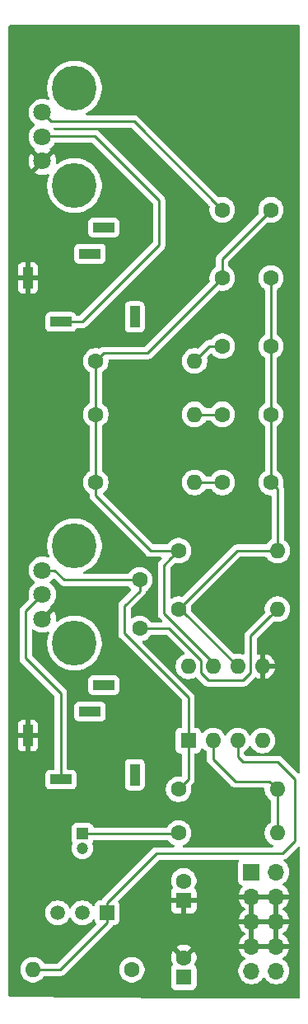
<source format=gbr>
G04 #@! TF.GenerationSoftware,KiCad,Pcbnew,9.0.0*
G04 #@! TF.CreationDate,2025-02-23T16:04:55-07:00*
G04 #@! TF.ProjectId,Noise_Gen_THT,4e6f6973-655f-4476-956e-5f5448542e6b,rev?*
G04 #@! TF.SameCoordinates,Original*
G04 #@! TF.FileFunction,Copper,L1,Top*
G04 #@! TF.FilePolarity,Positive*
%FSLAX46Y46*%
G04 Gerber Fmt 4.6, Leading zero omitted, Abs format (unit mm)*
G04 Created by KiCad (PCBNEW 9.0.0) date 2025-02-23 16:04:55*
%MOMM*%
%LPD*%
G01*
G04 APERTURE LIST*
G04 #@! TA.AperFunction,ComponentPad*
%ADD10R,1.000000X2.200000*%
G04 #@! TD*
G04 #@! TA.AperFunction,ComponentPad*
%ADD11R,2.200000X1.000000*%
G04 #@! TD*
G04 #@! TA.AperFunction,ComponentPad*
%ADD12C,4.600000*%
G04 #@! TD*
G04 #@! TA.AperFunction,ComponentPad*
%ADD13C,1.800000*%
G04 #@! TD*
G04 #@! TA.AperFunction,ComponentPad*
%ADD14R,1.200000X1.200000*%
G04 #@! TD*
G04 #@! TA.AperFunction,ComponentPad*
%ADD15C,1.200000*%
G04 #@! TD*
G04 #@! TA.AperFunction,ComponentPad*
%ADD16C,1.600000*%
G04 #@! TD*
G04 #@! TA.AperFunction,ComponentPad*
%ADD17R,1.600000X1.600000*%
G04 #@! TD*
G04 #@! TA.AperFunction,ComponentPad*
%ADD18R,1.700000X1.700000*%
G04 #@! TD*
G04 #@! TA.AperFunction,ComponentPad*
%ADD19O,1.700000X1.700000*%
G04 #@! TD*
G04 #@! TA.AperFunction,ComponentPad*
%ADD20R,1.520000X1.520000*%
G04 #@! TD*
G04 #@! TA.AperFunction,ComponentPad*
%ADD21C,1.520000*%
G04 #@! TD*
G04 #@! TA.AperFunction,ComponentPad*
%ADD22O,1.600000X1.600000*%
G04 #@! TD*
G04 #@! TA.AperFunction,Conductor*
%ADD23C,0.250000*%
G04 #@! TD*
G04 APERTURE END LIST*
D10*
X2000000Y-26000000D03*
X13000000Y-30000000D03*
D11*
X5400000Y-30500000D03*
X8400000Y-23500000D03*
X9800000Y-20800000D03*
D10*
X2000000Y-73000000D03*
X13000000Y-77000000D03*
D11*
X5400000Y-77500000D03*
X8400000Y-70500000D03*
X9800000Y-67800000D03*
D12*
X6800000Y-16500000D03*
X6800000Y-6500000D03*
D13*
X3500000Y-9000000D03*
X3500000Y-11500000D03*
X3500000Y-14000000D03*
D12*
X6800000Y-63500000D03*
X6800000Y-53500000D03*
D13*
X3500000Y-56000000D03*
X3500000Y-58500000D03*
X3500000Y-61000000D03*
D14*
X7620000Y-83058000D03*
D15*
X7620000Y-84558000D03*
D16*
X22000000Y-40000000D03*
X27000000Y-40000000D03*
X22000000Y-33000000D03*
X27000000Y-33000000D03*
X22000000Y-26000000D03*
X27000000Y-26000000D03*
X22000000Y-19000000D03*
X27000000Y-19000000D03*
D17*
X18034000Y-97790000D03*
D16*
X18034000Y-95790000D03*
D17*
X18034000Y-89916000D03*
D16*
X18034000Y-87916000D03*
D18*
X25000000Y-87000000D03*
D19*
X27540000Y-87000000D03*
X25000000Y-89540000D03*
X27540000Y-89540000D03*
X25000000Y-92080000D03*
X27540000Y-92080000D03*
X25000000Y-94620000D03*
X27540000Y-94620000D03*
X25000000Y-97160000D03*
X27540000Y-97160000D03*
D20*
X10160000Y-91186000D03*
D21*
X7620000Y-91186000D03*
X5080000Y-91186000D03*
D16*
X12700000Y-97028000D03*
D22*
X2540000Y-97028000D03*
D16*
X17500000Y-78500000D03*
D22*
X27660000Y-78500000D03*
D16*
X17500000Y-83000000D03*
D22*
X27660000Y-83000000D03*
D16*
X17500000Y-60000000D03*
D22*
X27660000Y-60000000D03*
D16*
X17500000Y-54000000D03*
D22*
X27660000Y-54000000D03*
D16*
X9000000Y-47000000D03*
D22*
X19160000Y-47000000D03*
D16*
X9000000Y-40000000D03*
D22*
X19160000Y-40000000D03*
D16*
X9000000Y-34500000D03*
D22*
X19160000Y-34500000D03*
D16*
X22000000Y-47000000D03*
X27000000Y-47000000D03*
D17*
X18500000Y-73500000D03*
D22*
X21040000Y-73500000D03*
X23580000Y-73500000D03*
X26120000Y-73500000D03*
X26120000Y-65880000D03*
X23580000Y-65880000D03*
X21040000Y-65880000D03*
X18500000Y-65880000D03*
D16*
X13500000Y-62000000D03*
X13500000Y-57000000D03*
D23*
X11938000Y-62484000D02*
X18500000Y-69046000D01*
X18500000Y-77500000D02*
X17500000Y-78500000D01*
X18500000Y-73500000D02*
X18500000Y-77500000D01*
X3500000Y-56000000D02*
X4772792Y-56000000D01*
X18500000Y-69046000D02*
X18500000Y-73500000D01*
X12368630Y-57000000D02*
X13500000Y-57000000D01*
X4772792Y-56000000D02*
X5772792Y-57000000D01*
X5772792Y-57000000D02*
X12368630Y-57000000D01*
X11938000Y-59693370D02*
X11938000Y-62484000D01*
X13500000Y-57000000D02*
X13500000Y-58131370D01*
X13500000Y-58131370D02*
X11938000Y-59693370D01*
X22000000Y-19000000D02*
X12906000Y-9906000D01*
X4406000Y-9906000D02*
X3500000Y-9000000D01*
X12906000Y-9906000D02*
X4406000Y-9906000D01*
X7600000Y-30500000D02*
X5400000Y-30500000D01*
X3500000Y-11500000D02*
X3570000Y-11430000D01*
X3570000Y-11430000D02*
X8890000Y-11430000D01*
X15494000Y-22606000D02*
X7600000Y-30500000D01*
X8890000Y-11430000D02*
X15494000Y-18034000D01*
X15494000Y-18034000D02*
X15494000Y-22606000D01*
X3500000Y-58500000D02*
X1778000Y-60222000D01*
X1778000Y-65024000D02*
X5400000Y-68646000D01*
X1778000Y-60222000D02*
X1778000Y-65024000D01*
X5400000Y-68646000D02*
X5400000Y-77500000D01*
X17442000Y-83058000D02*
X17500000Y-83000000D01*
X7620000Y-83058000D02*
X17442000Y-83058000D01*
X13500000Y-62000000D02*
X16534000Y-62000000D01*
X24892000Y-66548000D02*
X24892000Y-62768000D01*
X19812000Y-66559501D02*
X20562499Y-67310000D01*
X24130000Y-67310000D02*
X24892000Y-66548000D01*
X16534000Y-62000000D02*
X19812000Y-65278000D01*
X26860001Y-60799999D02*
X27660000Y-60000000D01*
X24892000Y-62768000D02*
X26860001Y-60799999D01*
X19812000Y-65278000D02*
X19812000Y-66559501D01*
X20562499Y-67310000D02*
X24130000Y-67310000D01*
X27686000Y-47686000D02*
X27686000Y-53974000D01*
X27000000Y-47000000D02*
X27000000Y-45868630D01*
X23500000Y-54000000D02*
X27660000Y-54000000D01*
X17500000Y-60000000D02*
X23500000Y-54000000D01*
X27000000Y-45868630D02*
X27000000Y-40000000D01*
X23580000Y-65880000D02*
X17700000Y-60000000D01*
X17700000Y-60000000D02*
X17500000Y-60000000D01*
X27000000Y-27131370D02*
X27000000Y-33000000D01*
X27686000Y-53974000D02*
X27660000Y-54000000D01*
X27000000Y-33000000D02*
X27000000Y-40000000D01*
X27000000Y-47000000D02*
X27686000Y-47686000D01*
X27000000Y-26000000D02*
X27000000Y-27131370D01*
X19160000Y-47000000D02*
X22000000Y-47000000D01*
X20291370Y-40000000D02*
X22000000Y-40000000D01*
X19160000Y-40000000D02*
X20291370Y-40000000D01*
X19160000Y-34500000D02*
X20660000Y-33000000D01*
X20660000Y-33000000D02*
X22000000Y-33000000D01*
X16002000Y-60452000D02*
X16002000Y-55498000D01*
X9000000Y-34500000D02*
X9799999Y-33700001D01*
X14299999Y-33700001D02*
X21200001Y-26799999D01*
X17500000Y-54000000D02*
X14630000Y-54000000D01*
X22000000Y-26000000D02*
X22000000Y-24000000D01*
X21040000Y-65490000D02*
X16002000Y-60452000D01*
X16002000Y-55498000D02*
X16700001Y-54799999D01*
X21040000Y-65880000D02*
X21040000Y-65490000D01*
X14630000Y-54000000D02*
X9000000Y-48370000D01*
X9000000Y-48370000D02*
X9000000Y-47000000D01*
X22000000Y-24000000D02*
X27000000Y-19000000D01*
X9000000Y-47000000D02*
X9000000Y-34500000D01*
X16700001Y-54799999D02*
X17500000Y-54000000D01*
X21200001Y-26799999D02*
X22000000Y-26000000D01*
X9799999Y-33700001D02*
X14299999Y-33700001D01*
X10160000Y-92196000D02*
X10160000Y-91186000D01*
X15246000Y-85090000D02*
X28194000Y-85090000D01*
X27686000Y-75692000D02*
X24130000Y-75692000D01*
X10160000Y-90176000D02*
X15246000Y-85090000D01*
X24130000Y-75692000D02*
X23580000Y-75142000D01*
X28194000Y-85090000D02*
X29464000Y-83820000D01*
X29464000Y-77470000D02*
X27686000Y-75692000D01*
X5328000Y-97028000D02*
X10160000Y-92196000D01*
X10160000Y-91186000D02*
X10160000Y-90176000D01*
X23580000Y-75142000D02*
X23580000Y-73500000D01*
X2540000Y-97028000D02*
X5328000Y-97028000D01*
X29464000Y-83820000D02*
X29464000Y-77470000D01*
X27660000Y-81868630D02*
X27660000Y-78500000D01*
X26860001Y-77700001D02*
X23344001Y-77700001D01*
X27660000Y-83000000D02*
X27660000Y-81868630D01*
X27660000Y-78500000D02*
X26860001Y-77700001D01*
X23344001Y-77700001D02*
X21040000Y-75396000D01*
X21040000Y-75396000D02*
X21040000Y-73500000D01*
G04 #@! TA.AperFunction,Conductor*
G36*
X29914505Y-45502D02*
G01*
X29960998Y-99158D01*
X29972384Y-151180D01*
X29974500Y-985000D01*
X29974500Y-76780404D01*
X29954498Y-76848525D01*
X29900842Y-76895018D01*
X29830568Y-76905122D01*
X29765988Y-76875628D01*
X29759405Y-76869500D01*
X29361403Y-76471498D01*
X28089833Y-75199929D01*
X27986075Y-75130600D01*
X27870785Y-75082845D01*
X27797086Y-75068185D01*
X27748396Y-75058500D01*
X27748394Y-75058500D01*
X24444594Y-75058500D01*
X24376473Y-75038498D01*
X24355499Y-75021595D01*
X24250405Y-74916501D01*
X24216379Y-74854189D01*
X24213500Y-74827406D01*
X24213500Y-74721328D01*
X24233502Y-74653207D01*
X24265440Y-74619391D01*
X24265795Y-74619133D01*
X24265803Y-74619129D01*
X24432430Y-74498068D01*
X24578068Y-74352430D01*
X24699129Y-74185803D01*
X24737734Y-74110034D01*
X24786481Y-74058422D01*
X24855396Y-74041356D01*
X24922598Y-74064257D01*
X24962264Y-74110034D01*
X25000871Y-74185803D01*
X25121932Y-74352430D01*
X25121934Y-74352432D01*
X25121936Y-74352435D01*
X25267564Y-74498063D01*
X25267567Y-74498065D01*
X25267570Y-74498068D01*
X25434197Y-74619129D01*
X25617710Y-74712634D01*
X25813592Y-74776280D01*
X26017019Y-74808500D01*
X26222981Y-74808500D01*
X26426408Y-74776280D01*
X26622290Y-74712634D01*
X26805803Y-74619129D01*
X26972430Y-74498068D01*
X27118068Y-74352430D01*
X27239129Y-74185803D01*
X27332634Y-74002290D01*
X27396280Y-73806408D01*
X27428500Y-73602981D01*
X27428500Y-73397019D01*
X27396280Y-73193592D01*
X27332634Y-72997710D01*
X27239129Y-72814197D01*
X27118068Y-72647570D01*
X27118065Y-72647567D01*
X27118063Y-72647564D01*
X26972435Y-72501936D01*
X26972432Y-72501934D01*
X26972430Y-72501932D01*
X26805803Y-72380871D01*
X26622290Y-72287366D01*
X26622287Y-72287365D01*
X26622285Y-72287364D01*
X26426412Y-72223721D01*
X26426410Y-72223720D01*
X26426408Y-72223720D01*
X26222981Y-72191500D01*
X26017019Y-72191500D01*
X25813592Y-72223720D01*
X25813590Y-72223720D01*
X25813587Y-72223721D01*
X25617714Y-72287364D01*
X25617708Y-72287367D01*
X25434193Y-72380873D01*
X25267567Y-72501934D01*
X25267564Y-72501936D01*
X25121936Y-72647564D01*
X25121934Y-72647567D01*
X25000873Y-72814193D01*
X24962267Y-72889962D01*
X24913518Y-72941577D01*
X24844603Y-72958643D01*
X24777402Y-72935742D01*
X24737733Y-72889962D01*
X24699129Y-72814197D01*
X24578068Y-72647570D01*
X24578065Y-72647567D01*
X24578063Y-72647564D01*
X24432435Y-72501936D01*
X24432432Y-72501934D01*
X24432430Y-72501932D01*
X24265803Y-72380871D01*
X24082290Y-72287366D01*
X24082287Y-72287365D01*
X24082285Y-72287364D01*
X23886412Y-72223721D01*
X23886410Y-72223720D01*
X23886408Y-72223720D01*
X23682981Y-72191500D01*
X23477019Y-72191500D01*
X23273592Y-72223720D01*
X23273590Y-72223720D01*
X23273587Y-72223721D01*
X23077714Y-72287364D01*
X23077708Y-72287367D01*
X22894193Y-72380873D01*
X22727567Y-72501934D01*
X22727564Y-72501936D01*
X22581936Y-72647564D01*
X22581934Y-72647567D01*
X22460873Y-72814193D01*
X22422267Y-72889962D01*
X22373518Y-72941577D01*
X22304603Y-72958643D01*
X22237402Y-72935742D01*
X22197733Y-72889962D01*
X22159129Y-72814197D01*
X22038068Y-72647570D01*
X22038065Y-72647567D01*
X22038063Y-72647564D01*
X21892435Y-72501936D01*
X21892432Y-72501934D01*
X21892430Y-72501932D01*
X21725803Y-72380871D01*
X21542290Y-72287366D01*
X21542287Y-72287365D01*
X21542285Y-72287364D01*
X21346412Y-72223721D01*
X21346410Y-72223720D01*
X21346408Y-72223720D01*
X21142981Y-72191500D01*
X20937019Y-72191500D01*
X20733592Y-72223720D01*
X20733590Y-72223720D01*
X20733587Y-72223721D01*
X20537714Y-72287364D01*
X20537708Y-72287367D01*
X20354193Y-72380873D01*
X20187567Y-72501934D01*
X20187564Y-72501936D01*
X20041933Y-72647567D01*
X20030484Y-72663326D01*
X19974260Y-72706678D01*
X19903524Y-72712752D01*
X19840733Y-72679618D01*
X19805824Y-72617797D01*
X19803272Y-72602728D01*
X19801990Y-72590804D01*
X19801988Y-72590795D01*
X19750889Y-72453797D01*
X19750887Y-72453792D01*
X19663261Y-72336738D01*
X19546207Y-72249112D01*
X19546202Y-72249110D01*
X19409204Y-72198011D01*
X19409196Y-72198009D01*
X19348649Y-72191500D01*
X19348638Y-72191500D01*
X19259500Y-72191500D01*
X19191379Y-72171498D01*
X19144886Y-72117842D01*
X19133500Y-72065500D01*
X19133500Y-68983607D01*
X19133499Y-68983603D01*
X19109155Y-68861215D01*
X19061400Y-68745925D01*
X18992071Y-68642167D01*
X18903833Y-68553929D01*
X13815771Y-63465867D01*
X13781745Y-63403555D01*
X13786810Y-63332740D01*
X13829357Y-63275904D01*
X13865924Y-63256941D01*
X14002290Y-63212634D01*
X14185803Y-63119129D01*
X14352430Y-62998068D01*
X14498068Y-62852430D01*
X14593357Y-62721275D01*
X14619394Y-62685439D01*
X14675616Y-62642085D01*
X14721330Y-62633500D01*
X16219406Y-62633500D01*
X16287527Y-62653502D01*
X16308501Y-62670405D01*
X18084599Y-64446503D01*
X18118625Y-64508815D01*
X18113560Y-64579630D01*
X18071013Y-64636466D01*
X18034443Y-64655430D01*
X17997715Y-64667364D01*
X17997708Y-64667367D01*
X17814193Y-64760873D01*
X17647567Y-64881934D01*
X17647564Y-64881936D01*
X17501936Y-65027564D01*
X17501934Y-65027567D01*
X17380873Y-65194193D01*
X17287367Y-65377708D01*
X17287364Y-65377714D01*
X17223721Y-65573587D01*
X17223720Y-65573590D01*
X17223720Y-65573592D01*
X17191500Y-65777019D01*
X17191500Y-65982981D01*
X17223702Y-66186295D01*
X17223721Y-66186412D01*
X17229999Y-66205735D01*
X17287366Y-66382290D01*
X17380871Y-66565803D01*
X17501932Y-66732430D01*
X17501934Y-66732432D01*
X17501936Y-66732435D01*
X17647564Y-66878063D01*
X17647567Y-66878065D01*
X17647570Y-66878068D01*
X17814197Y-66999129D01*
X17997710Y-67092634D01*
X18193592Y-67156280D01*
X18397019Y-67188500D01*
X18397022Y-67188500D01*
X18602978Y-67188500D01*
X18602981Y-67188500D01*
X18806408Y-67156280D01*
X19002290Y-67092634D01*
X19185803Y-66999129D01*
X19197157Y-66990880D01*
X19264024Y-66967021D01*
X19333176Y-66983100D01*
X19360314Y-67003719D01*
X20070428Y-67713833D01*
X20158666Y-67802071D01*
X20262424Y-67871400D01*
X20377714Y-67919155D01*
X20500105Y-67943500D01*
X20500106Y-67943500D01*
X24192393Y-67943500D01*
X24192394Y-67943500D01*
X24314785Y-67919155D01*
X24430075Y-67871400D01*
X24533833Y-67802071D01*
X25305303Y-67030601D01*
X25367610Y-66996580D01*
X25438425Y-67001644D01*
X25451597Y-67007434D01*
X25617895Y-67092168D01*
X25617906Y-67092173D01*
X25813705Y-67155791D01*
X25813717Y-67155794D01*
X25865999Y-67164074D01*
X25866000Y-67164074D01*
X25866000Y-66191686D01*
X25874394Y-66200080D01*
X25965606Y-66252741D01*
X26067339Y-66280000D01*
X26172661Y-66280000D01*
X26274394Y-66252741D01*
X26365606Y-66200080D01*
X26374000Y-66191686D01*
X26374000Y-67164074D01*
X26426282Y-67155794D01*
X26426294Y-67155791D01*
X26622093Y-67092173D01*
X26622099Y-67092170D01*
X26805545Y-66998699D01*
X26972107Y-66877684D01*
X26972110Y-66877682D01*
X27117682Y-66732110D01*
X27117684Y-66732107D01*
X27238699Y-66565545D01*
X27332170Y-66382099D01*
X27332173Y-66382093D01*
X27395791Y-66186295D01*
X27404074Y-66134000D01*
X26431686Y-66134000D01*
X26440080Y-66125606D01*
X26492741Y-66034394D01*
X26520000Y-65932661D01*
X26520000Y-65827339D01*
X26492741Y-65725606D01*
X26440080Y-65634394D01*
X26431686Y-65626000D01*
X27404074Y-65626000D01*
X27395791Y-65573704D01*
X27332173Y-65377906D01*
X27332170Y-65377900D01*
X27238699Y-65194454D01*
X27117684Y-65027892D01*
X27117682Y-65027889D01*
X26972110Y-64882317D01*
X26972107Y-64882315D01*
X26805545Y-64761300D01*
X26622099Y-64667829D01*
X26622093Y-64667826D01*
X26426294Y-64604208D01*
X26426296Y-64604208D01*
X26374000Y-64595925D01*
X26374000Y-65568314D01*
X26365606Y-65559920D01*
X26274394Y-65507259D01*
X26172661Y-65480000D01*
X26067339Y-65480000D01*
X25965606Y-65507259D01*
X25874394Y-65559920D01*
X25866000Y-65568314D01*
X25866000Y-64595925D01*
X25813704Y-64604208D01*
X25690436Y-64644260D01*
X25619468Y-64646287D01*
X25558670Y-64609625D01*
X25527345Y-64545912D01*
X25525500Y-64524427D01*
X25525500Y-63082594D01*
X25545502Y-63014473D01*
X25562405Y-62993499D01*
X26359073Y-62196831D01*
X27244342Y-61311561D01*
X27306652Y-61277538D01*
X27353146Y-61276209D01*
X27353589Y-61276279D01*
X27353592Y-61276280D01*
X27557019Y-61308500D01*
X27557022Y-61308500D01*
X27762978Y-61308500D01*
X27762981Y-61308500D01*
X27966408Y-61276280D01*
X28162290Y-61212634D01*
X28345803Y-61119129D01*
X28512430Y-60998068D01*
X28658068Y-60852430D01*
X28779129Y-60685803D01*
X28872634Y-60502290D01*
X28936280Y-60306408D01*
X28968500Y-60102981D01*
X28968500Y-59897019D01*
X28936280Y-59693592D01*
X28872634Y-59497710D01*
X28779129Y-59314197D01*
X28658068Y-59147570D01*
X28658065Y-59147567D01*
X28658063Y-59147564D01*
X28512435Y-59001936D01*
X28512432Y-59001934D01*
X28512430Y-59001932D01*
X28345803Y-58880871D01*
X28162290Y-58787366D01*
X28162287Y-58787365D01*
X28162285Y-58787364D01*
X27966412Y-58723721D01*
X27966410Y-58723720D01*
X27966408Y-58723720D01*
X27762981Y-58691500D01*
X27557019Y-58691500D01*
X27353592Y-58723720D01*
X27353590Y-58723720D01*
X27353587Y-58723721D01*
X27157714Y-58787364D01*
X27157708Y-58787367D01*
X26974193Y-58880873D01*
X26807567Y-59001934D01*
X26807564Y-59001936D01*
X26661936Y-59147564D01*
X26661934Y-59147567D01*
X26540873Y-59314193D01*
X26447367Y-59497708D01*
X26447364Y-59497714D01*
X26383721Y-59693587D01*
X26383720Y-59693590D01*
X26383720Y-59693592D01*
X26351500Y-59897019D01*
X26351500Y-60102981D01*
X26366488Y-60197608D01*
X26383790Y-60306850D01*
X26374690Y-60377261D01*
X26348437Y-60415656D01*
X24488167Y-62275929D01*
X24399927Y-62364169D01*
X24399926Y-62364171D01*
X24330601Y-62467923D01*
X24282846Y-62583212D01*
X24258500Y-62705603D01*
X24258500Y-64551782D01*
X24238498Y-64619903D01*
X24184842Y-64666396D01*
X24114568Y-64676500D01*
X24084293Y-64668195D01*
X24082297Y-64667368D01*
X23886412Y-64603721D01*
X23886410Y-64603720D01*
X23886408Y-64603720D01*
X23682981Y-64571500D01*
X23477019Y-64571500D01*
X23425689Y-64579630D01*
X23273146Y-64603790D01*
X23202735Y-64594690D01*
X23164341Y-64568436D01*
X18838909Y-60243005D01*
X18804883Y-60180693D01*
X18803555Y-60134199D01*
X18808500Y-60102978D01*
X18808500Y-59897022D01*
X18799599Y-59840824D01*
X18776280Y-59693592D01*
X18776277Y-59693583D01*
X18776208Y-59693146D01*
X18785307Y-59622735D01*
X18811559Y-59584343D01*
X23725499Y-54670405D01*
X23787811Y-54636379D01*
X23814594Y-54633500D01*
X26438670Y-54633500D01*
X26506791Y-54653502D01*
X26540606Y-54685439D01*
X26556386Y-54707158D01*
X26661932Y-54852430D01*
X26661934Y-54852432D01*
X26661936Y-54852435D01*
X26807564Y-54998063D01*
X26807567Y-54998065D01*
X26807570Y-54998068D01*
X26974197Y-55119129D01*
X27157710Y-55212634D01*
X27353592Y-55276280D01*
X27557019Y-55308500D01*
X27557022Y-55308500D01*
X27762978Y-55308500D01*
X27762981Y-55308500D01*
X27966408Y-55276280D01*
X28162290Y-55212634D01*
X28345803Y-55119129D01*
X28512430Y-54998068D01*
X28658068Y-54852430D01*
X28779129Y-54685803D01*
X28872634Y-54502290D01*
X28936280Y-54306408D01*
X28968500Y-54102981D01*
X28968500Y-53897019D01*
X28936280Y-53693592D01*
X28872634Y-53497710D01*
X28779129Y-53314197D01*
X28658068Y-53147570D01*
X28658065Y-53147567D01*
X28658063Y-53147564D01*
X28512435Y-53001936D01*
X28512432Y-53001934D01*
X28512430Y-53001932D01*
X28442239Y-52950935D01*
X28371439Y-52899496D01*
X28328085Y-52843274D01*
X28319500Y-52797560D01*
X28319500Y-47623607D01*
X28319499Y-47623603D01*
X28295155Y-47501215D01*
X28266894Y-47432986D01*
X28259305Y-47362396D01*
X28263471Y-47345829D01*
X28276278Y-47306414D01*
X28276277Y-47306414D01*
X28276280Y-47306408D01*
X28308500Y-47102981D01*
X28308500Y-46897019D01*
X28276280Y-46693592D01*
X28212634Y-46497710D01*
X28119129Y-46314197D01*
X27998068Y-46147570D01*
X27998065Y-46147567D01*
X27998063Y-46147564D01*
X27852435Y-46001936D01*
X27852432Y-46001934D01*
X27852430Y-46001932D01*
X27685806Y-45880873D01*
X27685439Y-45880606D01*
X27642085Y-45824384D01*
X27633500Y-45778670D01*
X27633500Y-41221328D01*
X27653502Y-41153207D01*
X27685440Y-41119391D01*
X27685795Y-41119133D01*
X27685803Y-41119129D01*
X27852430Y-40998068D01*
X27998068Y-40852430D01*
X28119129Y-40685803D01*
X28212634Y-40502290D01*
X28276280Y-40306408D01*
X28308500Y-40102981D01*
X28308500Y-39897019D01*
X28276280Y-39693592D01*
X28212634Y-39497710D01*
X28119129Y-39314197D01*
X27998068Y-39147570D01*
X27998065Y-39147567D01*
X27998063Y-39147564D01*
X27852435Y-39001936D01*
X27852432Y-39001934D01*
X27852430Y-39001932D01*
X27685806Y-38880873D01*
X27685439Y-38880606D01*
X27642085Y-38824384D01*
X27633500Y-38778670D01*
X27633500Y-34221328D01*
X27653502Y-34153207D01*
X27685440Y-34119391D01*
X27685795Y-34119133D01*
X27685803Y-34119129D01*
X27852430Y-33998068D01*
X27998068Y-33852430D01*
X28119129Y-33685803D01*
X28212634Y-33502290D01*
X28276280Y-33306408D01*
X28308500Y-33102981D01*
X28308500Y-32897019D01*
X28276280Y-32693592D01*
X28212634Y-32497710D01*
X28119129Y-32314197D01*
X27998068Y-32147570D01*
X27998065Y-32147567D01*
X27998063Y-32147564D01*
X27852435Y-32001936D01*
X27852432Y-32001934D01*
X27852430Y-32001932D01*
X27685806Y-31880873D01*
X27685439Y-31880606D01*
X27642085Y-31824384D01*
X27633500Y-31778670D01*
X27633500Y-27221328D01*
X27653502Y-27153207D01*
X27685440Y-27119391D01*
X27685795Y-27119133D01*
X27685803Y-27119129D01*
X27852430Y-26998068D01*
X27998068Y-26852430D01*
X28119129Y-26685803D01*
X28212634Y-26502290D01*
X28276280Y-26306408D01*
X28308500Y-26102981D01*
X28308500Y-25897019D01*
X28276280Y-25693592D01*
X28212634Y-25497710D01*
X28119129Y-25314197D01*
X27998068Y-25147570D01*
X27998065Y-25147567D01*
X27998063Y-25147564D01*
X27852435Y-25001936D01*
X27852432Y-25001934D01*
X27852430Y-25001932D01*
X27685803Y-24880871D01*
X27502290Y-24787366D01*
X27502287Y-24787365D01*
X27502285Y-24787364D01*
X27306412Y-24723721D01*
X27306410Y-24723720D01*
X27306408Y-24723720D01*
X27102981Y-24691500D01*
X26897019Y-24691500D01*
X26693592Y-24723720D01*
X26693590Y-24723720D01*
X26693587Y-24723721D01*
X26497714Y-24787364D01*
X26497708Y-24787367D01*
X26314193Y-24880873D01*
X26147567Y-25001934D01*
X26147564Y-25001936D01*
X26001936Y-25147564D01*
X26001934Y-25147567D01*
X25880873Y-25314193D01*
X25787367Y-25497708D01*
X25787364Y-25497714D01*
X25723721Y-25693587D01*
X25723720Y-25693590D01*
X25723720Y-25693592D01*
X25691500Y-25897019D01*
X25691500Y-26102981D01*
X25723720Y-26306408D01*
X25723721Y-26306412D01*
X25759217Y-26415658D01*
X25787366Y-26502290D01*
X25880871Y-26685803D01*
X26001932Y-26852430D01*
X26001934Y-26852432D01*
X26001936Y-26852435D01*
X26147564Y-26998063D01*
X26147567Y-26998065D01*
X26147570Y-26998068D01*
X26314197Y-27119129D01*
X26314204Y-27119133D01*
X26314560Y-27119391D01*
X26357915Y-27175613D01*
X26366500Y-27221328D01*
X26366500Y-31778670D01*
X26346498Y-31846791D01*
X26314561Y-31880606D01*
X26147567Y-32001934D01*
X26147564Y-32001936D01*
X26001936Y-32147564D01*
X26001934Y-32147567D01*
X25880873Y-32314193D01*
X25787367Y-32497708D01*
X25787364Y-32497714D01*
X25723721Y-32693587D01*
X25723720Y-32693590D01*
X25723720Y-32693592D01*
X25691500Y-32897019D01*
X25691500Y-33102981D01*
X25723720Y-33306408D01*
X25723721Y-33306412D01*
X25787249Y-33501932D01*
X25787366Y-33502290D01*
X25880871Y-33685803D01*
X26001932Y-33852430D01*
X26001934Y-33852432D01*
X26001936Y-33852435D01*
X26147564Y-33998063D01*
X26147567Y-33998065D01*
X26147570Y-33998068D01*
X26314197Y-34119129D01*
X26314204Y-34119133D01*
X26314560Y-34119391D01*
X26357915Y-34175613D01*
X26366500Y-34221328D01*
X26366500Y-38778670D01*
X26346498Y-38846791D01*
X26314561Y-38880606D01*
X26147567Y-39001934D01*
X26147564Y-39001936D01*
X26001936Y-39147564D01*
X26001934Y-39147567D01*
X25880873Y-39314193D01*
X25787367Y-39497708D01*
X25787364Y-39497714D01*
X25723721Y-39693587D01*
X25723720Y-39693590D01*
X25723720Y-39693592D01*
X25691500Y-39897019D01*
X25691500Y-40102981D01*
X25723720Y-40306408D01*
X25787366Y-40502290D01*
X25880871Y-40685803D01*
X26001932Y-40852430D01*
X26001934Y-40852432D01*
X26001936Y-40852435D01*
X26147564Y-40998063D01*
X26147567Y-40998065D01*
X26147570Y-40998068D01*
X26314197Y-41119129D01*
X26314204Y-41119133D01*
X26314560Y-41119391D01*
X26357915Y-41175613D01*
X26366500Y-41221328D01*
X26366500Y-45778670D01*
X26346498Y-45846791D01*
X26314561Y-45880606D01*
X26147567Y-46001934D01*
X26147564Y-46001936D01*
X26001936Y-46147564D01*
X26001934Y-46147567D01*
X25880873Y-46314193D01*
X25787367Y-46497708D01*
X25787364Y-46497714D01*
X25723721Y-46693587D01*
X25723720Y-46693590D01*
X25723720Y-46693592D01*
X25691500Y-46897019D01*
X25691500Y-47102981D01*
X25723720Y-47306408D01*
X25723721Y-47306412D01*
X25787016Y-47501215D01*
X25787366Y-47502290D01*
X25880871Y-47685803D01*
X26001932Y-47852430D01*
X26001934Y-47852432D01*
X26001936Y-47852435D01*
X26147564Y-47998063D01*
X26147567Y-47998065D01*
X26147570Y-47998068D01*
X26314197Y-48119129D01*
X26497710Y-48212634D01*
X26693592Y-48276280D01*
X26897019Y-48308500D01*
X26926500Y-48308500D01*
X26994621Y-48328502D01*
X27041114Y-48382158D01*
X27052500Y-48434500D01*
X27052500Y-52763760D01*
X27032498Y-52831881D01*
X26983709Y-52876024D01*
X26974194Y-52880872D01*
X26807567Y-53001934D01*
X26807564Y-53001936D01*
X26661936Y-53147564D01*
X26661934Y-53147567D01*
X26540606Y-53314561D01*
X26484384Y-53357915D01*
X26438670Y-53366500D01*
X23437603Y-53366500D01*
X23364568Y-53381028D01*
X23315215Y-53390845D01*
X23315213Y-53390845D01*
X23315212Y-53390846D01*
X23199923Y-53438601D01*
X23096171Y-53507926D01*
X23096164Y-53507931D01*
X17915658Y-58688436D01*
X17853346Y-58722462D01*
X17806853Y-58723790D01*
X17683850Y-58704308D01*
X17602981Y-58691500D01*
X17397019Y-58691500D01*
X17193592Y-58723720D01*
X17193590Y-58723720D01*
X17193587Y-58723721D01*
X16997714Y-58787364D01*
X16997708Y-58787367D01*
X16818703Y-58878575D01*
X16748926Y-58891679D01*
X16683141Y-58864979D01*
X16642235Y-58806951D01*
X16635500Y-58766308D01*
X16635500Y-55812594D01*
X16655502Y-55744473D01*
X16672405Y-55723499D01*
X17084341Y-55311563D01*
X17146653Y-55277537D01*
X17193147Y-55276209D01*
X17193588Y-55276278D01*
X17193592Y-55276280D01*
X17397019Y-55308500D01*
X17397022Y-55308500D01*
X17602978Y-55308500D01*
X17602981Y-55308500D01*
X17806408Y-55276280D01*
X18002290Y-55212634D01*
X18185803Y-55119129D01*
X18352430Y-54998068D01*
X18498068Y-54852430D01*
X18619129Y-54685803D01*
X18712634Y-54502290D01*
X18776280Y-54306408D01*
X18808500Y-54102981D01*
X18808500Y-53897019D01*
X18776280Y-53693592D01*
X18712634Y-53497710D01*
X18619129Y-53314197D01*
X18498068Y-53147570D01*
X18498065Y-53147567D01*
X18498063Y-53147564D01*
X18352435Y-53001936D01*
X18352432Y-53001934D01*
X18352430Y-53001932D01*
X18185803Y-52880871D01*
X18002290Y-52787366D01*
X18002287Y-52787365D01*
X18002285Y-52787364D01*
X17806412Y-52723721D01*
X17806410Y-52723720D01*
X17806408Y-52723720D01*
X17602981Y-52691500D01*
X17397019Y-52691500D01*
X17193592Y-52723720D01*
X17193590Y-52723720D01*
X17193587Y-52723721D01*
X16997714Y-52787364D01*
X16997708Y-52787367D01*
X16814193Y-52880873D01*
X16647567Y-53001934D01*
X16647564Y-53001936D01*
X16501936Y-53147564D01*
X16501934Y-53147567D01*
X16380606Y-53314561D01*
X16324384Y-53357915D01*
X16278670Y-53366500D01*
X14944594Y-53366500D01*
X14876473Y-53346498D01*
X14855499Y-53329595D01*
X9766506Y-48240602D01*
X9732480Y-48178290D01*
X9737545Y-48107475D01*
X9780092Y-48050639D01*
X9781396Y-48049676D01*
X9852430Y-47998068D01*
X9998068Y-47852430D01*
X10119129Y-47685803D01*
X10212634Y-47502290D01*
X10276280Y-47306408D01*
X10308500Y-47102981D01*
X10308500Y-46897019D01*
X17851500Y-46897019D01*
X17851500Y-47102981D01*
X17883720Y-47306408D01*
X17883721Y-47306412D01*
X17947016Y-47501215D01*
X17947366Y-47502290D01*
X18040871Y-47685803D01*
X18161932Y-47852430D01*
X18161934Y-47852432D01*
X18161936Y-47852435D01*
X18307564Y-47998063D01*
X18307567Y-47998065D01*
X18307570Y-47998068D01*
X18474197Y-48119129D01*
X18657710Y-48212634D01*
X18853592Y-48276280D01*
X19057019Y-48308500D01*
X19057022Y-48308500D01*
X19262978Y-48308500D01*
X19262981Y-48308500D01*
X19466408Y-48276280D01*
X19662290Y-48212634D01*
X19845803Y-48119129D01*
X20012430Y-47998068D01*
X20158068Y-47852430D01*
X20279127Y-47685806D01*
X20279394Y-47685439D01*
X20335616Y-47642085D01*
X20381330Y-47633500D01*
X20778670Y-47633500D01*
X20846791Y-47653502D01*
X20880606Y-47685439D01*
X20880873Y-47685806D01*
X21001932Y-47852430D01*
X21001934Y-47852432D01*
X21001936Y-47852435D01*
X21147564Y-47998063D01*
X21147567Y-47998065D01*
X21147570Y-47998068D01*
X21314197Y-48119129D01*
X21497710Y-48212634D01*
X21693592Y-48276280D01*
X21897019Y-48308500D01*
X21897022Y-48308500D01*
X22102978Y-48308500D01*
X22102981Y-48308500D01*
X22306408Y-48276280D01*
X22502290Y-48212634D01*
X22685803Y-48119129D01*
X22852430Y-47998068D01*
X22998068Y-47852430D01*
X23119129Y-47685803D01*
X23212634Y-47502290D01*
X23276280Y-47306408D01*
X23308500Y-47102981D01*
X23308500Y-46897019D01*
X23276280Y-46693592D01*
X23212634Y-46497710D01*
X23119129Y-46314197D01*
X22998068Y-46147570D01*
X22998065Y-46147567D01*
X22998063Y-46147564D01*
X22852435Y-46001936D01*
X22852432Y-46001934D01*
X22852430Y-46001932D01*
X22685803Y-45880871D01*
X22502290Y-45787366D01*
X22502287Y-45787365D01*
X22502285Y-45787364D01*
X22306412Y-45723721D01*
X22306410Y-45723720D01*
X22306408Y-45723720D01*
X22102981Y-45691500D01*
X21897019Y-45691500D01*
X21693592Y-45723720D01*
X21693590Y-45723720D01*
X21693587Y-45723721D01*
X21497714Y-45787364D01*
X21497708Y-45787367D01*
X21314193Y-45880873D01*
X21147567Y-46001934D01*
X21147564Y-46001936D01*
X21001936Y-46147564D01*
X21001934Y-46147567D01*
X20880606Y-46314561D01*
X20824384Y-46357915D01*
X20778670Y-46366500D01*
X20381330Y-46366500D01*
X20313209Y-46346498D01*
X20279394Y-46314561D01*
X20231241Y-46248285D01*
X20158068Y-46147570D01*
X20158065Y-46147567D01*
X20158063Y-46147564D01*
X20012435Y-46001936D01*
X20012432Y-46001934D01*
X20012430Y-46001932D01*
X19845803Y-45880871D01*
X19662290Y-45787366D01*
X19662287Y-45787365D01*
X19662285Y-45787364D01*
X19466412Y-45723721D01*
X19466410Y-45723720D01*
X19466408Y-45723720D01*
X19262981Y-45691500D01*
X19057019Y-45691500D01*
X18853592Y-45723720D01*
X18853590Y-45723720D01*
X18853587Y-45723721D01*
X18657714Y-45787364D01*
X18657708Y-45787367D01*
X18474193Y-45880873D01*
X18307567Y-46001934D01*
X18307564Y-46001936D01*
X18161936Y-46147564D01*
X18161934Y-46147567D01*
X18040873Y-46314193D01*
X17947367Y-46497708D01*
X17947364Y-46497714D01*
X17883721Y-46693587D01*
X17883720Y-46693590D01*
X17883720Y-46693592D01*
X17851500Y-46897019D01*
X10308500Y-46897019D01*
X10276280Y-46693592D01*
X10212634Y-46497710D01*
X10119129Y-46314197D01*
X9998068Y-46147570D01*
X9998065Y-46147567D01*
X9998063Y-46147564D01*
X9852435Y-46001936D01*
X9852432Y-46001934D01*
X9852430Y-46001932D01*
X9685806Y-45880873D01*
X9685439Y-45880606D01*
X9642085Y-45824384D01*
X9633500Y-45778670D01*
X9633500Y-41221328D01*
X9653502Y-41153207D01*
X9685440Y-41119391D01*
X9685795Y-41119133D01*
X9685803Y-41119129D01*
X9852430Y-40998068D01*
X9998068Y-40852430D01*
X10119129Y-40685803D01*
X10212634Y-40502290D01*
X10276280Y-40306408D01*
X10308500Y-40102981D01*
X10308500Y-39897019D01*
X17851500Y-39897019D01*
X17851500Y-40102981D01*
X17883720Y-40306408D01*
X17947366Y-40502290D01*
X18040871Y-40685803D01*
X18161932Y-40852430D01*
X18161934Y-40852432D01*
X18161936Y-40852435D01*
X18307564Y-40998063D01*
X18307567Y-40998065D01*
X18307570Y-40998068D01*
X18474197Y-41119129D01*
X18657710Y-41212634D01*
X18853592Y-41276280D01*
X19057019Y-41308500D01*
X19057022Y-41308500D01*
X19262978Y-41308500D01*
X19262981Y-41308500D01*
X19466408Y-41276280D01*
X19662290Y-41212634D01*
X19845803Y-41119129D01*
X20012430Y-40998068D01*
X20158068Y-40852430D01*
X20279127Y-40685806D01*
X20279394Y-40685439D01*
X20335616Y-40642085D01*
X20381330Y-40633500D01*
X20778670Y-40633500D01*
X20846791Y-40653502D01*
X20880606Y-40685439D01*
X20880873Y-40685806D01*
X21001932Y-40852430D01*
X21001934Y-40852432D01*
X21001936Y-40852435D01*
X21147564Y-40998063D01*
X21147567Y-40998065D01*
X21147570Y-40998068D01*
X21314197Y-41119129D01*
X21497710Y-41212634D01*
X21693592Y-41276280D01*
X21897019Y-41308500D01*
X21897022Y-41308500D01*
X22102978Y-41308500D01*
X22102981Y-41308500D01*
X22306408Y-41276280D01*
X22502290Y-41212634D01*
X22685803Y-41119129D01*
X22852430Y-40998068D01*
X22998068Y-40852430D01*
X23119129Y-40685803D01*
X23212634Y-40502290D01*
X23276280Y-40306408D01*
X23308500Y-40102981D01*
X23308500Y-39897019D01*
X23276280Y-39693592D01*
X23212634Y-39497710D01*
X23119129Y-39314197D01*
X22998068Y-39147570D01*
X22998065Y-39147567D01*
X22998063Y-39147564D01*
X22852435Y-39001936D01*
X22852432Y-39001934D01*
X22852430Y-39001932D01*
X22685803Y-38880871D01*
X22502290Y-38787366D01*
X22502287Y-38787365D01*
X22502285Y-38787364D01*
X22306412Y-38723721D01*
X22306410Y-38723720D01*
X22306408Y-38723720D01*
X22102981Y-38691500D01*
X21897019Y-38691500D01*
X21693592Y-38723720D01*
X21693590Y-38723720D01*
X21693587Y-38723721D01*
X21497714Y-38787364D01*
X21497708Y-38787367D01*
X21314193Y-38880873D01*
X21147567Y-39001934D01*
X21147564Y-39001936D01*
X21001936Y-39147564D01*
X21001934Y-39147567D01*
X20880606Y-39314561D01*
X20824384Y-39357915D01*
X20778670Y-39366500D01*
X20381330Y-39366500D01*
X20313209Y-39346498D01*
X20279394Y-39314561D01*
X20231241Y-39248285D01*
X20158068Y-39147570D01*
X20158065Y-39147567D01*
X20158063Y-39147564D01*
X20012435Y-39001936D01*
X20012432Y-39001934D01*
X20012430Y-39001932D01*
X19845803Y-38880871D01*
X19662290Y-38787366D01*
X19662287Y-38787365D01*
X19662285Y-38787364D01*
X19466412Y-38723721D01*
X19466410Y-38723720D01*
X19466408Y-38723720D01*
X19262981Y-38691500D01*
X19057019Y-38691500D01*
X18853592Y-38723720D01*
X18853590Y-38723720D01*
X18853587Y-38723721D01*
X18657714Y-38787364D01*
X18657708Y-38787367D01*
X18474193Y-38880873D01*
X18307567Y-39001934D01*
X18307564Y-39001936D01*
X18161936Y-39147564D01*
X18161934Y-39147567D01*
X18040873Y-39314193D01*
X17947367Y-39497708D01*
X17947364Y-39497714D01*
X17883721Y-39693587D01*
X17883720Y-39693590D01*
X17883720Y-39693592D01*
X17851500Y-39897019D01*
X10308500Y-39897019D01*
X10276280Y-39693592D01*
X10212634Y-39497710D01*
X10119129Y-39314197D01*
X9998068Y-39147570D01*
X9998065Y-39147567D01*
X9998063Y-39147564D01*
X9852435Y-39001936D01*
X9852432Y-39001934D01*
X9852430Y-39001932D01*
X9685806Y-38880873D01*
X9685439Y-38880606D01*
X9642085Y-38824384D01*
X9633500Y-38778670D01*
X9633500Y-35721328D01*
X9653502Y-35653207D01*
X9685440Y-35619391D01*
X9685795Y-35619133D01*
X9685803Y-35619129D01*
X9852430Y-35498068D01*
X9998068Y-35352430D01*
X10119129Y-35185803D01*
X10212634Y-35002290D01*
X10276280Y-34806408D01*
X10308500Y-34602981D01*
X10308500Y-34459501D01*
X10326846Y-34397019D01*
X17851500Y-34397019D01*
X17851500Y-34602981D01*
X17883720Y-34806408D01*
X17947366Y-35002290D01*
X18040871Y-35185803D01*
X18161932Y-35352430D01*
X18161934Y-35352432D01*
X18161936Y-35352435D01*
X18307564Y-35498063D01*
X18307567Y-35498065D01*
X18307570Y-35498068D01*
X18474197Y-35619129D01*
X18657710Y-35712634D01*
X18853592Y-35776280D01*
X19057019Y-35808500D01*
X19057022Y-35808500D01*
X19262978Y-35808500D01*
X19262981Y-35808500D01*
X19466408Y-35776280D01*
X19662290Y-35712634D01*
X19845803Y-35619129D01*
X20012430Y-35498068D01*
X20158068Y-35352430D01*
X20279129Y-35185803D01*
X20372634Y-35002290D01*
X20436280Y-34806408D01*
X20468500Y-34602981D01*
X20468500Y-34397019D01*
X20436280Y-34193592D01*
X20436277Y-34193583D01*
X20436208Y-34193146D01*
X20445307Y-34122735D01*
X20471559Y-34084343D01*
X20772023Y-33783879D01*
X20834333Y-33749855D01*
X20905148Y-33754920D01*
X20961984Y-33797467D01*
X20962986Y-33798826D01*
X21001932Y-33852430D01*
X21001936Y-33852435D01*
X21147564Y-33998063D01*
X21147567Y-33998065D01*
X21147570Y-33998068D01*
X21314197Y-34119129D01*
X21497710Y-34212634D01*
X21693592Y-34276280D01*
X21897019Y-34308500D01*
X21897022Y-34308500D01*
X22102978Y-34308500D01*
X22102981Y-34308500D01*
X22306408Y-34276280D01*
X22502290Y-34212634D01*
X22685803Y-34119129D01*
X22852430Y-33998068D01*
X22998068Y-33852430D01*
X23119129Y-33685803D01*
X23212634Y-33502290D01*
X23276280Y-33306408D01*
X23308500Y-33102981D01*
X23308500Y-32897019D01*
X23276280Y-32693592D01*
X23212634Y-32497710D01*
X23119129Y-32314197D01*
X22998068Y-32147570D01*
X22998065Y-32147567D01*
X22998063Y-32147564D01*
X22852435Y-32001936D01*
X22852432Y-32001934D01*
X22852430Y-32001932D01*
X22685803Y-31880871D01*
X22502290Y-31787366D01*
X22502287Y-31787365D01*
X22502285Y-31787364D01*
X22306412Y-31723721D01*
X22306410Y-31723720D01*
X22306408Y-31723720D01*
X22102981Y-31691500D01*
X21897019Y-31691500D01*
X21693592Y-31723720D01*
X21693590Y-31723720D01*
X21693587Y-31723721D01*
X21497714Y-31787364D01*
X21497708Y-31787367D01*
X21314193Y-31880873D01*
X21147567Y-32001934D01*
X21147564Y-32001936D01*
X21001936Y-32147564D01*
X21001934Y-32147567D01*
X20880606Y-32314561D01*
X20824384Y-32357915D01*
X20778670Y-32366500D01*
X20597603Y-32366500D01*
X20524568Y-32381028D01*
X20475215Y-32390845D01*
X20475213Y-32390845D01*
X20475212Y-32390846D01*
X20359923Y-32438601D01*
X20256171Y-32507926D01*
X20256169Y-32507927D01*
X19575657Y-33188437D01*
X19513345Y-33222462D01*
X19466851Y-33223790D01*
X19414297Y-33215466D01*
X19262981Y-33191500D01*
X19057019Y-33191500D01*
X18853592Y-33223720D01*
X18853590Y-33223720D01*
X18853587Y-33223721D01*
X18657714Y-33287364D01*
X18657708Y-33287367D01*
X18474193Y-33380873D01*
X18307567Y-33501934D01*
X18307564Y-33501936D01*
X18161936Y-33647564D01*
X18161934Y-33647567D01*
X18040873Y-33814193D01*
X17947367Y-33997708D01*
X17947364Y-33997714D01*
X17883721Y-34193587D01*
X17883720Y-34193590D01*
X17883720Y-34193592D01*
X17851500Y-34397019D01*
X10326846Y-34397019D01*
X10328502Y-34391380D01*
X10382158Y-34344887D01*
X10434500Y-34333501D01*
X14362392Y-34333501D01*
X14362393Y-34333501D01*
X14484784Y-34309156D01*
X14565652Y-34275658D01*
X14565656Y-34275658D01*
X14583162Y-34268405D01*
X14600074Y-34261401D01*
X14703832Y-34192072D01*
X21584342Y-27311560D01*
X21646652Y-27277536D01*
X21693146Y-27276208D01*
X21693583Y-27276277D01*
X21693592Y-27276280D01*
X21897019Y-27308500D01*
X21897022Y-27308500D01*
X22102978Y-27308500D01*
X22102981Y-27308500D01*
X22306408Y-27276280D01*
X22502290Y-27212634D01*
X22685803Y-27119129D01*
X22852430Y-26998068D01*
X22998068Y-26852430D01*
X23119129Y-26685803D01*
X23212634Y-26502290D01*
X23276280Y-26306408D01*
X23308500Y-26102981D01*
X23308500Y-25897019D01*
X23276280Y-25693592D01*
X23212634Y-25497710D01*
X23119129Y-25314197D01*
X22998068Y-25147570D01*
X22998065Y-25147567D01*
X22998063Y-25147564D01*
X22852435Y-25001936D01*
X22852432Y-25001934D01*
X22852430Y-25001932D01*
X22685806Y-24880873D01*
X22685439Y-24880606D01*
X22642085Y-24824384D01*
X22633500Y-24778670D01*
X22633500Y-24314593D01*
X22653502Y-24246472D01*
X22670400Y-24225503D01*
X26584342Y-20311560D01*
X26646652Y-20277536D01*
X26693146Y-20276208D01*
X26693583Y-20276277D01*
X26693592Y-20276280D01*
X26897019Y-20308500D01*
X26897022Y-20308500D01*
X27102978Y-20308500D01*
X27102981Y-20308500D01*
X27306408Y-20276280D01*
X27502290Y-20212634D01*
X27685803Y-20119129D01*
X27852430Y-19998068D01*
X27998068Y-19852430D01*
X28119129Y-19685803D01*
X28212634Y-19502290D01*
X28276280Y-19306408D01*
X28308500Y-19102981D01*
X28308500Y-18897019D01*
X28276280Y-18693592D01*
X28212634Y-18497710D01*
X28119129Y-18314197D01*
X27998068Y-18147570D01*
X27998065Y-18147567D01*
X27998063Y-18147564D01*
X27852435Y-18001936D01*
X27852432Y-18001934D01*
X27852430Y-18001932D01*
X27685803Y-17880871D01*
X27502290Y-17787366D01*
X27502287Y-17787365D01*
X27502285Y-17787364D01*
X27306412Y-17723721D01*
X27306410Y-17723720D01*
X27306408Y-17723720D01*
X27102981Y-17691500D01*
X26897019Y-17691500D01*
X26693592Y-17723720D01*
X26693590Y-17723720D01*
X26693587Y-17723721D01*
X26497714Y-17787364D01*
X26497708Y-17787367D01*
X26314193Y-17880873D01*
X26147567Y-18001934D01*
X26147564Y-18001936D01*
X26001936Y-18147564D01*
X26001934Y-18147567D01*
X25880873Y-18314193D01*
X25787367Y-18497708D01*
X25787364Y-18497714D01*
X25723721Y-18693587D01*
X25691500Y-18897022D01*
X25691500Y-19102978D01*
X25723790Y-19306853D01*
X25714690Y-19377264D01*
X25688436Y-19415658D01*
X21596167Y-23507929D01*
X21507931Y-23596164D01*
X21507926Y-23596171D01*
X21438601Y-23699923D01*
X21390846Y-23815212D01*
X21366500Y-23937603D01*
X21366500Y-24778670D01*
X21346498Y-24846791D01*
X21314561Y-24880606D01*
X21147567Y-25001934D01*
X21147564Y-25001936D01*
X21001936Y-25147564D01*
X21001934Y-25147567D01*
X20880873Y-25314193D01*
X20787367Y-25497708D01*
X20787364Y-25497714D01*
X20723721Y-25693587D01*
X20723720Y-25693590D01*
X20723720Y-25693592D01*
X20715420Y-25746000D01*
X20691500Y-25897022D01*
X20691500Y-26102978D01*
X20723790Y-26306853D01*
X20714690Y-26377264D01*
X20688436Y-26415658D01*
X14074500Y-33029596D01*
X14012188Y-33063622D01*
X13985405Y-33066501D01*
X9737602Y-33066501D01*
X9664567Y-33081029D01*
X9615214Y-33090846D01*
X9615212Y-33090846D01*
X9615211Y-33090847D01*
X9499922Y-33138602D01*
X9400868Y-33204788D01*
X9333115Y-33226003D01*
X9311155Y-33224472D01*
X9306408Y-33223720D01*
X9102981Y-33191500D01*
X8897019Y-33191500D01*
X8693592Y-33223720D01*
X8693590Y-33223720D01*
X8693587Y-33223721D01*
X8497714Y-33287364D01*
X8497708Y-33287367D01*
X8314193Y-33380873D01*
X8147567Y-33501934D01*
X8147564Y-33501936D01*
X8001936Y-33647564D01*
X8001934Y-33647567D01*
X7880873Y-33814193D01*
X7787367Y-33997708D01*
X7787364Y-33997714D01*
X7723721Y-34193587D01*
X7723720Y-34193590D01*
X7723720Y-34193592D01*
X7691500Y-34397019D01*
X7691500Y-34602981D01*
X7723720Y-34806408D01*
X7787366Y-35002290D01*
X7880871Y-35185803D01*
X8001932Y-35352430D01*
X8001934Y-35352432D01*
X8001936Y-35352435D01*
X8147564Y-35498063D01*
X8147567Y-35498065D01*
X8147570Y-35498068D01*
X8314197Y-35619129D01*
X8314204Y-35619133D01*
X8314560Y-35619391D01*
X8357915Y-35675613D01*
X8366500Y-35721328D01*
X8366500Y-38778670D01*
X8346498Y-38846791D01*
X8314561Y-38880606D01*
X8147567Y-39001934D01*
X8147564Y-39001936D01*
X8001936Y-39147564D01*
X8001934Y-39147567D01*
X7880873Y-39314193D01*
X7787367Y-39497708D01*
X7787364Y-39497714D01*
X7723721Y-39693587D01*
X7723720Y-39693590D01*
X7723720Y-39693592D01*
X7691500Y-39897019D01*
X7691500Y-40102981D01*
X7723720Y-40306408D01*
X7787366Y-40502290D01*
X7880871Y-40685803D01*
X8001932Y-40852430D01*
X8001934Y-40852432D01*
X8001936Y-40852435D01*
X8147564Y-40998063D01*
X8147567Y-40998065D01*
X8147570Y-40998068D01*
X8314197Y-41119129D01*
X8314204Y-41119133D01*
X8314560Y-41119391D01*
X8357915Y-41175613D01*
X8366500Y-41221328D01*
X8366500Y-45778670D01*
X8346498Y-45846791D01*
X8314561Y-45880606D01*
X8147567Y-46001934D01*
X8147564Y-46001936D01*
X8001936Y-46147564D01*
X8001934Y-46147567D01*
X7880873Y-46314193D01*
X7787367Y-46497708D01*
X7787364Y-46497714D01*
X7723721Y-46693587D01*
X7723720Y-46693590D01*
X7723720Y-46693592D01*
X7691500Y-46897019D01*
X7691500Y-47102981D01*
X7723720Y-47306408D01*
X7723721Y-47306412D01*
X7787016Y-47501215D01*
X7787366Y-47502290D01*
X7880871Y-47685803D01*
X8001932Y-47852430D01*
X8001934Y-47852432D01*
X8001936Y-47852435D01*
X8147564Y-47998063D01*
X8147567Y-47998065D01*
X8147570Y-47998068D01*
X8314197Y-48119129D01*
X8314204Y-48119133D01*
X8314560Y-48119391D01*
X8357915Y-48175613D01*
X8366500Y-48221328D01*
X8366500Y-48307606D01*
X8366500Y-48432394D01*
X8390845Y-48554785D01*
X8438600Y-48670075D01*
X8507929Y-48773833D01*
X14226167Y-54492071D01*
X14329925Y-54561400D01*
X14445215Y-54609155D01*
X14567606Y-54633500D01*
X14692393Y-54633500D01*
X15666406Y-54633500D01*
X15734527Y-54653502D01*
X15781020Y-54707158D01*
X15791124Y-54777432D01*
X15761630Y-54842012D01*
X15755501Y-54848595D01*
X15509931Y-55094164D01*
X15509926Y-55094171D01*
X15440601Y-55197923D01*
X15392846Y-55313212D01*
X15368500Y-55435603D01*
X15368500Y-55435606D01*
X15368500Y-60389606D01*
X15368500Y-60514394D01*
X15392845Y-60636785D01*
X15440600Y-60752075D01*
X15509929Y-60855833D01*
X15509931Y-60855835D01*
X15805501Y-61151405D01*
X15839527Y-61213717D01*
X15834462Y-61284532D01*
X15791915Y-61341368D01*
X15725395Y-61366179D01*
X15716406Y-61366500D01*
X14721330Y-61366500D01*
X14653209Y-61346498D01*
X14619394Y-61314561D01*
X14560440Y-61233418D01*
X14498068Y-61147570D01*
X14498065Y-61147567D01*
X14498063Y-61147564D01*
X14352435Y-61001936D01*
X14352432Y-61001934D01*
X14352430Y-61001932D01*
X14213778Y-60901196D01*
X14185806Y-60880873D01*
X14185805Y-60880872D01*
X14185803Y-60880871D01*
X14002290Y-60787366D01*
X14002287Y-60787365D01*
X14002285Y-60787364D01*
X13806412Y-60723721D01*
X13806410Y-60723720D01*
X13806408Y-60723720D01*
X13602981Y-60691500D01*
X13397019Y-60691500D01*
X13193592Y-60723720D01*
X13193590Y-60723720D01*
X13193587Y-60723721D01*
X12997714Y-60787364D01*
X12997708Y-60787367D01*
X12814194Y-60880872D01*
X12771560Y-60911848D01*
X12704692Y-60935706D01*
X12635541Y-60919624D01*
X12586061Y-60868710D01*
X12571500Y-60809911D01*
X12571500Y-60007964D01*
X12591502Y-59939843D01*
X12608400Y-59918873D01*
X13992072Y-58535203D01*
X14061401Y-58431445D01*
X14109155Y-58316154D01*
X14110678Y-58308500D01*
X14132397Y-58199305D01*
X14165304Y-58136398D01*
X14181916Y-58121951D01*
X14185793Y-58119133D01*
X14185803Y-58119129D01*
X14352430Y-57998068D01*
X14498068Y-57852430D01*
X14619129Y-57685803D01*
X14712634Y-57502290D01*
X14776280Y-57306408D01*
X14808500Y-57102981D01*
X14808500Y-56897019D01*
X14776280Y-56693592D01*
X14712634Y-56497710D01*
X14619129Y-56314197D01*
X14498068Y-56147570D01*
X14498065Y-56147567D01*
X14498063Y-56147564D01*
X14352435Y-56001936D01*
X14352432Y-56001934D01*
X14352430Y-56001932D01*
X14185803Y-55880871D01*
X14002290Y-55787366D01*
X14002287Y-55787365D01*
X14002285Y-55787364D01*
X13806412Y-55723721D01*
X13806410Y-55723720D01*
X13806408Y-55723720D01*
X13602981Y-55691500D01*
X13397019Y-55691500D01*
X13193592Y-55723720D01*
X13193590Y-55723720D01*
X13193587Y-55723721D01*
X12997714Y-55787364D01*
X12997708Y-55787367D01*
X12814193Y-55880873D01*
X12647567Y-56001934D01*
X12647564Y-56001936D01*
X12501936Y-56147564D01*
X12501934Y-56147567D01*
X12380606Y-56314561D01*
X12324384Y-56357915D01*
X12278670Y-56366500D01*
X7853012Y-56366500D01*
X7784891Y-56346498D01*
X7738398Y-56292842D01*
X7728294Y-56222568D01*
X7757788Y-56157988D01*
X7811397Y-56121571D01*
X7853985Y-56106668D01*
X7876460Y-56098804D01*
X8160665Y-55961938D01*
X8427759Y-55794112D01*
X8674383Y-55597435D01*
X8897435Y-55374383D01*
X9094112Y-55127759D01*
X9261938Y-54860665D01*
X9398804Y-54576460D01*
X9476942Y-54353153D01*
X9502986Y-54278724D01*
X9502986Y-54278723D01*
X9502988Y-54278718D01*
X9573181Y-53971182D01*
X9608500Y-53657722D01*
X9608500Y-53342278D01*
X9573181Y-53028818D01*
X9502988Y-52721282D01*
X9398804Y-52423540D01*
X9261938Y-52139335D01*
X9261937Y-52139334D01*
X9261936Y-52139331D01*
X9094109Y-51872237D01*
X9094105Y-51872231D01*
X8897436Y-51625618D01*
X8897427Y-51625608D01*
X8674391Y-51402572D01*
X8674381Y-51402563D01*
X8427768Y-51205894D01*
X8427762Y-51205890D01*
X8160668Y-51038063D01*
X7876469Y-50901200D01*
X7876464Y-50901198D01*
X7876460Y-50901196D01*
X7876454Y-50901193D01*
X7876442Y-50901189D01*
X7578724Y-50797013D01*
X7271185Y-50726819D01*
X6957724Y-50691500D01*
X6957722Y-50691500D01*
X6642278Y-50691500D01*
X6642276Y-50691500D01*
X6328814Y-50726819D01*
X6021275Y-50797013D01*
X5723557Y-50901189D01*
X5723530Y-50901200D01*
X5439331Y-51038063D01*
X5172237Y-51205890D01*
X5172231Y-51205894D01*
X4925618Y-51402563D01*
X4925608Y-51402572D01*
X4702572Y-51625608D01*
X4702563Y-51625618D01*
X4505894Y-51872231D01*
X4505890Y-51872237D01*
X4338063Y-52139331D01*
X4201200Y-52423530D01*
X4201189Y-52423557D01*
X4097013Y-52721275D01*
X4026819Y-53028814D01*
X3991500Y-53342276D01*
X3991500Y-53657723D01*
X4026819Y-53971185D01*
X4056900Y-54102977D01*
X4097012Y-54278718D01*
X4097014Y-54278724D01*
X4097013Y-54278724D01*
X4184474Y-54528673D01*
X4188093Y-54599577D01*
X4152804Y-54661183D01*
X4089811Y-54693929D01*
X4026609Y-54690121D01*
X3829827Y-54626183D01*
X3829831Y-54626183D01*
X3789063Y-54619726D01*
X3610851Y-54591500D01*
X3389149Y-54591500D01*
X3170176Y-54626182D01*
X3170170Y-54626183D01*
X2959328Y-54694690D01*
X2959322Y-54694693D01*
X2761781Y-54795345D01*
X2582421Y-54925658D01*
X2425658Y-55082421D01*
X2295345Y-55261781D01*
X2194693Y-55459322D01*
X2194690Y-55459328D01*
X2126183Y-55670170D01*
X2126182Y-55670175D01*
X2126182Y-55670176D01*
X2091500Y-55889149D01*
X2091500Y-56110851D01*
X2123707Y-56314197D01*
X2126183Y-56329829D01*
X2194690Y-56540671D01*
X2194692Y-56540676D01*
X2295343Y-56738215D01*
X2295345Y-56738218D01*
X2425658Y-56917578D01*
X2582417Y-57074337D01*
X2582420Y-57074339D01*
X2582424Y-57074343D01*
X2621841Y-57102981D01*
X2683892Y-57148064D01*
X2727245Y-57204287D01*
X2733320Y-57275023D01*
X2700188Y-57337815D01*
X2683892Y-57351936D01*
X2582417Y-57425662D01*
X2425658Y-57582421D01*
X2295345Y-57761781D01*
X2194693Y-57959322D01*
X2194690Y-57959328D01*
X2126183Y-58170170D01*
X2126182Y-58170175D01*
X2126182Y-58170176D01*
X2091500Y-58389149D01*
X2091500Y-58610851D01*
X2109377Y-58723720D01*
X2126182Y-58829825D01*
X2138639Y-58868163D01*
X2140665Y-58939131D01*
X2107901Y-58996193D01*
X1374167Y-59729929D01*
X1285927Y-59818169D01*
X1285926Y-59818171D01*
X1216601Y-59921923D01*
X1168846Y-60037212D01*
X1144500Y-60159603D01*
X1144500Y-60159606D01*
X1144500Y-64961606D01*
X1144500Y-65086394D01*
X1168845Y-65208785D01*
X1216600Y-65324075D01*
X1285929Y-65427833D01*
X1285931Y-65427835D01*
X4729595Y-68871499D01*
X4763621Y-68933811D01*
X4766500Y-68960594D01*
X4766500Y-76365500D01*
X4746498Y-76433621D01*
X4692842Y-76480114D01*
X4640500Y-76491500D01*
X4251350Y-76491500D01*
X4190803Y-76498009D01*
X4190795Y-76498011D01*
X4053797Y-76549110D01*
X4053792Y-76549112D01*
X3936738Y-76636738D01*
X3849112Y-76753792D01*
X3849110Y-76753797D01*
X3798011Y-76890795D01*
X3798009Y-76890803D01*
X3791500Y-76951350D01*
X3791500Y-78048649D01*
X3798009Y-78109196D01*
X3798011Y-78109204D01*
X3849110Y-78246202D01*
X3849112Y-78246207D01*
X3936738Y-78363261D01*
X4053792Y-78450887D01*
X4053794Y-78450888D01*
X4053796Y-78450889D01*
X4112875Y-78472924D01*
X4190795Y-78501988D01*
X4190803Y-78501990D01*
X4251350Y-78508499D01*
X4251355Y-78508499D01*
X4251362Y-78508500D01*
X4251368Y-78508500D01*
X6548632Y-78508500D01*
X6548638Y-78508500D01*
X6548645Y-78508499D01*
X6548649Y-78508499D01*
X6609196Y-78501990D01*
X6609199Y-78501989D01*
X6609201Y-78501989D01*
X6746204Y-78450889D01*
X6863261Y-78363261D01*
X6870566Y-78353503D01*
X6950887Y-78246207D01*
X6950887Y-78246206D01*
X6950889Y-78246204D01*
X7001989Y-78109201D01*
X7008500Y-78048638D01*
X7008500Y-76951362D01*
X7002443Y-76895018D01*
X7001990Y-76890803D01*
X7001988Y-76890795D01*
X6950889Y-76753797D01*
X6950887Y-76753792D01*
X6863261Y-76636738D01*
X6746207Y-76549112D01*
X6746202Y-76549110D01*
X6609204Y-76498011D01*
X6609196Y-76498009D01*
X6548649Y-76491500D01*
X6548638Y-76491500D01*
X6159500Y-76491500D01*
X6091379Y-76471498D01*
X6044886Y-76417842D01*
X6033500Y-76365500D01*
X6033500Y-75851350D01*
X11991500Y-75851350D01*
X11991500Y-78148649D01*
X11998009Y-78209196D01*
X11998011Y-78209204D01*
X12049110Y-78346202D01*
X12049112Y-78346207D01*
X12136738Y-78463261D01*
X12253792Y-78550887D01*
X12253794Y-78550888D01*
X12253796Y-78550889D01*
X12312875Y-78572924D01*
X12390795Y-78601988D01*
X12390803Y-78601990D01*
X12451350Y-78608499D01*
X12451355Y-78608499D01*
X12451362Y-78608500D01*
X12451368Y-78608500D01*
X13548632Y-78608500D01*
X13548638Y-78608500D01*
X13548645Y-78608499D01*
X13548649Y-78608499D01*
X13609196Y-78601990D01*
X13609199Y-78601989D01*
X13609201Y-78601989D01*
X13746204Y-78550889D01*
X13863261Y-78463261D01*
X13950889Y-78346204D01*
X14001989Y-78209201D01*
X14003831Y-78192074D01*
X14008499Y-78148649D01*
X14008500Y-78148632D01*
X14008500Y-75851367D01*
X14008499Y-75851350D01*
X14001990Y-75790803D01*
X14001988Y-75790795D01*
X13950889Y-75653797D01*
X13950887Y-75653792D01*
X13863261Y-75536738D01*
X13746207Y-75449112D01*
X13746202Y-75449110D01*
X13609204Y-75398011D01*
X13609196Y-75398009D01*
X13548649Y-75391500D01*
X13548638Y-75391500D01*
X12451362Y-75391500D01*
X12451350Y-75391500D01*
X12390803Y-75398009D01*
X12390795Y-75398011D01*
X12253797Y-75449110D01*
X12253792Y-75449112D01*
X12136738Y-75536738D01*
X12049112Y-75653792D01*
X12049110Y-75653797D01*
X11998011Y-75790795D01*
X11998009Y-75790803D01*
X11991500Y-75851350D01*
X6033500Y-75851350D01*
X6033500Y-69951350D01*
X6791500Y-69951350D01*
X6791500Y-71048649D01*
X6798009Y-71109196D01*
X6798011Y-71109204D01*
X6849110Y-71246202D01*
X6849112Y-71246207D01*
X6936738Y-71363261D01*
X7053792Y-71450887D01*
X7053794Y-71450888D01*
X7053796Y-71450889D01*
X7112875Y-71472924D01*
X7190795Y-71501988D01*
X7190803Y-71501990D01*
X7251350Y-71508499D01*
X7251355Y-71508499D01*
X7251362Y-71508500D01*
X7251368Y-71508500D01*
X9548632Y-71508500D01*
X9548638Y-71508500D01*
X9548645Y-71508499D01*
X9548649Y-71508499D01*
X9609196Y-71501990D01*
X9609199Y-71501989D01*
X9609201Y-71501989D01*
X9746204Y-71450889D01*
X9863261Y-71363261D01*
X9950889Y-71246204D01*
X10001989Y-71109201D01*
X10008500Y-71048638D01*
X10008500Y-69951362D01*
X10008499Y-69951350D01*
X10001990Y-69890803D01*
X10001988Y-69890795D01*
X9950889Y-69753797D01*
X9950887Y-69753792D01*
X9863261Y-69636738D01*
X9746207Y-69549112D01*
X9746202Y-69549110D01*
X9609204Y-69498011D01*
X9609196Y-69498009D01*
X9548649Y-69491500D01*
X9548638Y-69491500D01*
X7251362Y-69491500D01*
X7251350Y-69491500D01*
X7190803Y-69498009D01*
X7190795Y-69498011D01*
X7053797Y-69549110D01*
X7053792Y-69549112D01*
X6936738Y-69636738D01*
X6849112Y-69753792D01*
X6849110Y-69753797D01*
X6798011Y-69890795D01*
X6798009Y-69890803D01*
X6791500Y-69951350D01*
X6033500Y-69951350D01*
X6033500Y-68583607D01*
X6033499Y-68583603D01*
X6009155Y-68461215D01*
X5995168Y-68427447D01*
X5961401Y-68345925D01*
X5892072Y-68242167D01*
X4901255Y-67251350D01*
X8191500Y-67251350D01*
X8191500Y-68348649D01*
X8198009Y-68409196D01*
X8198011Y-68409204D01*
X8249110Y-68546202D01*
X8249112Y-68546207D01*
X8336738Y-68663261D01*
X8453792Y-68750887D01*
X8453794Y-68750888D01*
X8453796Y-68750889D01*
X8512875Y-68772924D01*
X8590795Y-68801988D01*
X8590803Y-68801990D01*
X8651350Y-68808499D01*
X8651355Y-68808499D01*
X8651362Y-68808500D01*
X8651368Y-68808500D01*
X10948632Y-68808500D01*
X10948638Y-68808500D01*
X10948645Y-68808499D01*
X10948649Y-68808499D01*
X11009196Y-68801990D01*
X11009199Y-68801989D01*
X11009201Y-68801989D01*
X11146204Y-68750889D01*
X11263261Y-68663261D01*
X11279054Y-68642164D01*
X11350887Y-68546207D01*
X11350887Y-68546206D01*
X11350889Y-68546204D01*
X11401989Y-68409201D01*
X11408500Y-68348638D01*
X11408500Y-67251362D01*
X11408499Y-67251350D01*
X11401990Y-67190803D01*
X11401988Y-67190795D01*
X11350889Y-67053797D01*
X11350887Y-67053792D01*
X11263261Y-66936738D01*
X11146207Y-66849112D01*
X11146202Y-66849110D01*
X11009204Y-66798011D01*
X11009196Y-66798009D01*
X10948649Y-66791500D01*
X10948638Y-66791500D01*
X8651362Y-66791500D01*
X8651350Y-66791500D01*
X8590803Y-66798009D01*
X8590795Y-66798011D01*
X8453797Y-66849110D01*
X8453792Y-66849112D01*
X8336738Y-66936738D01*
X8249112Y-67053792D01*
X8249110Y-67053797D01*
X8198011Y-67190795D01*
X8198009Y-67190803D01*
X8191500Y-67251350D01*
X4901255Y-67251350D01*
X2448405Y-64798500D01*
X2414379Y-64736188D01*
X2411500Y-64709405D01*
X2411500Y-62196831D01*
X2431502Y-62128710D01*
X2485158Y-62082217D01*
X2555432Y-62072113D01*
X2611561Y-62094895D01*
X2762043Y-62204227D01*
X2959514Y-62304843D01*
X2959516Y-62304844D01*
X3170289Y-62373329D01*
X3389191Y-62408000D01*
X3610809Y-62408000D01*
X3829710Y-62373329D01*
X4026815Y-62309285D01*
X4097783Y-62307257D01*
X4158581Y-62343919D01*
X4189906Y-62407631D01*
X4184682Y-62470733D01*
X4132133Y-62620908D01*
X4097015Y-62721275D01*
X4097012Y-62721283D01*
X4026819Y-63028814D01*
X3991500Y-63342276D01*
X3991500Y-63657723D01*
X4026819Y-63971185D01*
X4063362Y-64131289D01*
X4097012Y-64278718D01*
X4097014Y-64278724D01*
X4097013Y-64278724D01*
X4201189Y-64576442D01*
X4201200Y-64576469D01*
X4338063Y-64860668D01*
X4505890Y-65127762D01*
X4505894Y-65127768D01*
X4702563Y-65374381D01*
X4702572Y-65374391D01*
X4925608Y-65597427D01*
X4925618Y-65597436D01*
X5172231Y-65794105D01*
X5172238Y-65794109D01*
X5172241Y-65794112D01*
X5225122Y-65827339D01*
X5439331Y-65961936D01*
X5439334Y-65961937D01*
X5439335Y-65961938D01*
X5723540Y-66098804D01*
X5723556Y-66098809D01*
X5723557Y-66098810D01*
X6021275Y-66202986D01*
X6021278Y-66202986D01*
X6021282Y-66202988D01*
X6328818Y-66273181D01*
X6551088Y-66298225D01*
X6642276Y-66308500D01*
X6642278Y-66308500D01*
X6957724Y-66308500D01*
X7037332Y-66299529D01*
X7271182Y-66273181D01*
X7578718Y-66202988D01*
X7876460Y-66098804D01*
X8160665Y-65961938D01*
X8427759Y-65794112D01*
X8674383Y-65597435D01*
X8897435Y-65374383D01*
X9094112Y-65127759D01*
X9261938Y-64860665D01*
X9398804Y-64576460D01*
X9502988Y-64278718D01*
X9573181Y-63971182D01*
X9608500Y-63657722D01*
X9608500Y-63342278D01*
X9607425Y-63332740D01*
X9598225Y-63251088D01*
X9573181Y-63028818D01*
X9502988Y-62721282D01*
X9490573Y-62685803D01*
X9398810Y-62423557D01*
X9398809Y-62423556D01*
X9398804Y-62423540D01*
X9261938Y-62139335D01*
X9261937Y-62139334D01*
X9261936Y-62139331D01*
X9094109Y-61872237D01*
X9094105Y-61872231D01*
X8897436Y-61625618D01*
X8897427Y-61625608D01*
X8674391Y-61402572D01*
X8674381Y-61402563D01*
X8427768Y-61205894D01*
X8427762Y-61205890D01*
X8160668Y-61038063D01*
X7876469Y-60901200D01*
X7876464Y-60901198D01*
X7876460Y-60901196D01*
X7876454Y-60901193D01*
X7876442Y-60901189D01*
X7578724Y-60797013D01*
X7271185Y-60726819D01*
X6957724Y-60691500D01*
X6957722Y-60691500D01*
X6642278Y-60691500D01*
X6642276Y-60691500D01*
X6328814Y-60726819D01*
X6021275Y-60797013D01*
X5723557Y-60901189D01*
X5723530Y-60901200D01*
X5439331Y-61038063D01*
X5172237Y-61205890D01*
X5172233Y-61205893D01*
X5106351Y-61258432D01*
X5040621Y-61285266D01*
X4970817Y-61272304D01*
X4919103Y-61223661D01*
X4901897Y-61154781D01*
X4903343Y-61140209D01*
X4908000Y-61110807D01*
X4908000Y-60889191D01*
X4873329Y-60670289D01*
X4804844Y-60459516D01*
X4804843Y-60459514D01*
X4704229Y-60262047D01*
X4659174Y-60200035D01*
X3984157Y-60875051D01*
X3965925Y-60807007D01*
X3900099Y-60692993D01*
X3807007Y-60599901D01*
X3692993Y-60534075D01*
X3624946Y-60515841D01*
X4299963Y-59840824D01*
X4299177Y-59830839D01*
X4272328Y-59796019D01*
X4266254Y-59725283D01*
X4299387Y-59662492D01*
X4315676Y-59648377D01*
X4417576Y-59574343D01*
X4574343Y-59417576D01*
X4704657Y-59238215D01*
X4805308Y-59040676D01*
X4873818Y-58829824D01*
X4908500Y-58610851D01*
X4908500Y-58389149D01*
X4873818Y-58170176D01*
X4805308Y-57959324D01*
X4704657Y-57761785D01*
X4649188Y-57685439D01*
X4574341Y-57582421D01*
X4417578Y-57425658D01*
X4316108Y-57351936D01*
X4272754Y-57295713D01*
X4266679Y-57224977D01*
X4299811Y-57162186D01*
X4316108Y-57148064D01*
X4378159Y-57102981D01*
X4417576Y-57074343D01*
X4574343Y-56917576D01*
X4580256Y-56909436D01*
X4636476Y-56866083D01*
X4707212Y-56860005D01*
X4770004Y-56893135D01*
X4771288Y-56894401D01*
X5368959Y-57492072D01*
X5472717Y-57561401D01*
X5554239Y-57595168D01*
X5588007Y-57609155D01*
X5710398Y-57633500D01*
X5710399Y-57633500D01*
X5835186Y-57633500D01*
X12278670Y-57633500D01*
X12346791Y-57653502D01*
X12380606Y-57685439D01*
X12380873Y-57685806D01*
X12501932Y-57852430D01*
X12501934Y-57852432D01*
X12501936Y-57852435D01*
X12603387Y-57953886D01*
X12637413Y-58016198D01*
X12632348Y-58087013D01*
X12603388Y-58132076D01*
X11534167Y-59201299D01*
X11445927Y-59289539D01*
X11445926Y-59289541D01*
X11376601Y-59393293D01*
X11328846Y-59508582D01*
X11304500Y-59630973D01*
X11304500Y-62546396D01*
X11311824Y-62583215D01*
X11328845Y-62668785D01*
X11376600Y-62784075D01*
X11445929Y-62887833D01*
X11445931Y-62887835D01*
X17829595Y-69271499D01*
X17863621Y-69333811D01*
X17866500Y-69360594D01*
X17866500Y-72065500D01*
X17846498Y-72133621D01*
X17792842Y-72180114D01*
X17740500Y-72191500D01*
X17651350Y-72191500D01*
X17590803Y-72198009D01*
X17590795Y-72198011D01*
X17453797Y-72249110D01*
X17453792Y-72249112D01*
X17336738Y-72336738D01*
X17249112Y-72453792D01*
X17249110Y-72453797D01*
X17198011Y-72590795D01*
X17198009Y-72590803D01*
X17191500Y-72651350D01*
X17191500Y-74348649D01*
X17198009Y-74409196D01*
X17198011Y-74409204D01*
X17249110Y-74546202D01*
X17249112Y-74546207D01*
X17336738Y-74663261D01*
X17453792Y-74750887D01*
X17453794Y-74750888D01*
X17453796Y-74750889D01*
X17512875Y-74772924D01*
X17590795Y-74801988D01*
X17590803Y-74801990D01*
X17651350Y-74808499D01*
X17651355Y-74808499D01*
X17651362Y-74808500D01*
X17740500Y-74808500D01*
X17808621Y-74828502D01*
X17855114Y-74882158D01*
X17866500Y-74934500D01*
X17866500Y-77085710D01*
X17846498Y-77153831D01*
X17792842Y-77200324D01*
X17722568Y-77210428D01*
X17720790Y-77210159D01*
X17658693Y-77200324D01*
X17602981Y-77191500D01*
X17397019Y-77191500D01*
X17193592Y-77223720D01*
X17193590Y-77223720D01*
X17193587Y-77223721D01*
X16997714Y-77287364D01*
X16997708Y-77287367D01*
X16814193Y-77380873D01*
X16647567Y-77501934D01*
X16647564Y-77501936D01*
X16501936Y-77647564D01*
X16501934Y-77647567D01*
X16380873Y-77814193D01*
X16287367Y-77997708D01*
X16287364Y-77997714D01*
X16223721Y-78193587D01*
X16223720Y-78193590D01*
X16223720Y-78193592D01*
X16191500Y-78397019D01*
X16191500Y-78602981D01*
X16223720Y-78806408D01*
X16287366Y-79002290D01*
X16380871Y-79185803D01*
X16501932Y-79352430D01*
X16501934Y-79352432D01*
X16501936Y-79352435D01*
X16647564Y-79498063D01*
X16647567Y-79498065D01*
X16647570Y-79498068D01*
X16814197Y-79619129D01*
X16997710Y-79712634D01*
X17193592Y-79776280D01*
X17397019Y-79808500D01*
X17397022Y-79808500D01*
X17602978Y-79808500D01*
X17602981Y-79808500D01*
X17806408Y-79776280D01*
X18002290Y-79712634D01*
X18185803Y-79619129D01*
X18352430Y-79498068D01*
X18498068Y-79352430D01*
X18619129Y-79185803D01*
X18712634Y-79002290D01*
X18776280Y-78806408D01*
X18808500Y-78602981D01*
X18808500Y-78397019D01*
X18776280Y-78193592D01*
X18776278Y-78193587D01*
X18776209Y-78193148D01*
X18785309Y-78122737D01*
X18811563Y-78084341D01*
X18847272Y-78048632D01*
X18992072Y-77903833D01*
X19061401Y-77800075D01*
X19109155Y-77684784D01*
X19124695Y-77606662D01*
X19133500Y-77562394D01*
X19133500Y-74934500D01*
X19153502Y-74866379D01*
X19207158Y-74819886D01*
X19259500Y-74808500D01*
X19348632Y-74808500D01*
X19348638Y-74808500D01*
X19348645Y-74808499D01*
X19348649Y-74808499D01*
X19409196Y-74801990D01*
X19409199Y-74801989D01*
X19409201Y-74801989D01*
X19546204Y-74750889D01*
X19663261Y-74663261D01*
X19750889Y-74546204D01*
X19801989Y-74409201D01*
X19803272Y-74397271D01*
X19830439Y-74331678D01*
X19888756Y-74291186D01*
X19959708Y-74288650D01*
X20020767Y-74324876D01*
X20030480Y-74336668D01*
X20041932Y-74352430D01*
X20041934Y-74352432D01*
X20041937Y-74352436D01*
X20187564Y-74498063D01*
X20187567Y-74498065D01*
X20187570Y-74498068D01*
X20354197Y-74619129D01*
X20354204Y-74619133D01*
X20354560Y-74619391D01*
X20397915Y-74675613D01*
X20406500Y-74721328D01*
X20406500Y-75333606D01*
X20406500Y-75458394D01*
X20430845Y-75580785D01*
X20478600Y-75696075D01*
X20547929Y-75799833D01*
X22851930Y-78103834D01*
X22940168Y-78192072D01*
X23043926Y-78261401D01*
X23159216Y-78309156D01*
X23281607Y-78333501D01*
X26225500Y-78333501D01*
X26293621Y-78353503D01*
X26340114Y-78407159D01*
X26351500Y-78459501D01*
X26351500Y-78602981D01*
X26383720Y-78806408D01*
X26447366Y-79002290D01*
X26540871Y-79185803D01*
X26661932Y-79352430D01*
X26661934Y-79352432D01*
X26661936Y-79352435D01*
X26807564Y-79498063D01*
X26807567Y-79498065D01*
X26807570Y-79498068D01*
X26974197Y-79619129D01*
X26974204Y-79619133D01*
X26974560Y-79619391D01*
X27017915Y-79675613D01*
X27026500Y-79721328D01*
X27026500Y-81778670D01*
X27006498Y-81846791D01*
X26974561Y-81880606D01*
X26807567Y-82001934D01*
X26807564Y-82001936D01*
X26661936Y-82147564D01*
X26661934Y-82147567D01*
X26540873Y-82314193D01*
X26447367Y-82497708D01*
X26447364Y-82497714D01*
X26383721Y-82693587D01*
X26383720Y-82693590D01*
X26383720Y-82693592D01*
X26351500Y-82897019D01*
X26351500Y-83102981D01*
X26383720Y-83306408D01*
X26447366Y-83502290D01*
X26540871Y-83685803D01*
X26661932Y-83852430D01*
X26661934Y-83852432D01*
X26661936Y-83852435D01*
X26807564Y-83998063D01*
X26807567Y-83998065D01*
X26807570Y-83998068D01*
X26974197Y-84119129D01*
X27157710Y-84212634D01*
X27157719Y-84212637D01*
X27161226Y-84214090D01*
X27216508Y-84258637D01*
X27238931Y-84326000D01*
X27221374Y-84394791D01*
X27169414Y-84443171D01*
X27113011Y-84456500D01*
X18046989Y-84456500D01*
X17978868Y-84436498D01*
X17932375Y-84382842D01*
X17922271Y-84312568D01*
X17951765Y-84247988D01*
X17998774Y-84214090D01*
X18002276Y-84212638D01*
X18002290Y-84212634D01*
X18185803Y-84119129D01*
X18352430Y-83998068D01*
X18498068Y-83852430D01*
X18619129Y-83685803D01*
X18712634Y-83502290D01*
X18776280Y-83306408D01*
X18808500Y-83102981D01*
X18808500Y-82897019D01*
X18776280Y-82693592D01*
X18712634Y-82497710D01*
X18619129Y-82314197D01*
X18498068Y-82147570D01*
X18498065Y-82147567D01*
X18498063Y-82147564D01*
X18352435Y-82001936D01*
X18352432Y-82001934D01*
X18352430Y-82001932D01*
X18185803Y-81880871D01*
X18002290Y-81787366D01*
X18002287Y-81787365D01*
X18002285Y-81787364D01*
X17806412Y-81723721D01*
X17806410Y-81723720D01*
X17806408Y-81723720D01*
X17602981Y-81691500D01*
X17397019Y-81691500D01*
X17193592Y-81723720D01*
X17193590Y-81723720D01*
X17193587Y-81723721D01*
X16997714Y-81787364D01*
X16997708Y-81787367D01*
X16814193Y-81880873D01*
X16647567Y-82001934D01*
X16647564Y-82001936D01*
X16501936Y-82147564D01*
X16501934Y-82147567D01*
X16380873Y-82314193D01*
X16380871Y-82314197D01*
X16363239Y-82348803D01*
X16359723Y-82355703D01*
X16310974Y-82407318D01*
X16247456Y-82424500D01*
X8837707Y-82424500D01*
X8769586Y-82404498D01*
X8723093Y-82350842D01*
X8719659Y-82342554D01*
X8670889Y-82211796D01*
X8670886Y-82211792D01*
X8670886Y-82211791D01*
X8583261Y-82094738D01*
X8466207Y-82007112D01*
X8466202Y-82007110D01*
X8329204Y-81956011D01*
X8329196Y-81956009D01*
X8268649Y-81949500D01*
X8268638Y-81949500D01*
X6971362Y-81949500D01*
X6971350Y-81949500D01*
X6910803Y-81956009D01*
X6910795Y-81956011D01*
X6773797Y-82007110D01*
X6773792Y-82007112D01*
X6656738Y-82094738D01*
X6569112Y-82211792D01*
X6569110Y-82211797D01*
X6518011Y-82348795D01*
X6518009Y-82348803D01*
X6511500Y-82409350D01*
X6511500Y-83706649D01*
X6518009Y-83767196D01*
X6518011Y-83767204D01*
X6569110Y-83904202D01*
X6605345Y-83952607D01*
X6630155Y-84019128D01*
X6616744Y-84085317D01*
X6592713Y-84132481D01*
X6592710Y-84132488D01*
X6538796Y-84298422D01*
X6538795Y-84298426D01*
X6511500Y-84470759D01*
X6511500Y-84645241D01*
X6538795Y-84817574D01*
X6592712Y-84983516D01*
X6671926Y-85138981D01*
X6774483Y-85280139D01*
X6774485Y-85280141D01*
X6774487Y-85280144D01*
X6897855Y-85403512D01*
X6897858Y-85403514D01*
X6897861Y-85403517D01*
X7039019Y-85506074D01*
X7194484Y-85585288D01*
X7360426Y-85639205D01*
X7532759Y-85666500D01*
X7532762Y-85666500D01*
X7707238Y-85666500D01*
X7707241Y-85666500D01*
X7879574Y-85639205D01*
X8045516Y-85585288D01*
X8200981Y-85506074D01*
X8342139Y-85403517D01*
X8465517Y-85280139D01*
X8568074Y-85138981D01*
X8647288Y-84983516D01*
X8701205Y-84817574D01*
X8728500Y-84645241D01*
X8728500Y-84470759D01*
X8701205Y-84298426D01*
X8647288Y-84132484D01*
X8623255Y-84085317D01*
X8610151Y-84015543D01*
X8622160Y-83973116D01*
X8627424Y-83962264D01*
X8670889Y-83904204D01*
X8721738Y-83767871D01*
X8724345Y-83762500D01*
X8744355Y-83740466D01*
X8762198Y-83716632D01*
X8767949Y-83714486D01*
X8772076Y-83709943D01*
X8800827Y-83702223D01*
X8828719Y-83691821D01*
X8837707Y-83691500D01*
X16320810Y-83691500D01*
X16388931Y-83711502D01*
X16422745Y-83743438D01*
X16501932Y-83852430D01*
X16501934Y-83852432D01*
X16501936Y-83852435D01*
X16647564Y-83998063D01*
X16647567Y-83998065D01*
X16647570Y-83998068D01*
X16814197Y-84119129D01*
X16997710Y-84212634D01*
X16997719Y-84212637D01*
X17001226Y-84214090D01*
X17056508Y-84258637D01*
X17078931Y-84326000D01*
X17061374Y-84394791D01*
X17009414Y-84443171D01*
X16953011Y-84456500D01*
X15183603Y-84456500D01*
X15111921Y-84470759D01*
X15061215Y-84480845D01*
X15061213Y-84480845D01*
X15061212Y-84480846D01*
X14945923Y-84528601D01*
X14842171Y-84597926D01*
X14842164Y-84597931D01*
X9667931Y-89772164D01*
X9667926Y-89772171D01*
X9608237Y-89861502D01*
X9553760Y-89907030D01*
X9503472Y-89917500D01*
X9351350Y-89917500D01*
X9290803Y-89924009D01*
X9290795Y-89924011D01*
X9153797Y-89975110D01*
X9153792Y-89975112D01*
X9036738Y-90062738D01*
X8949112Y-90179792D01*
X8949110Y-90179797D01*
X8898011Y-90316795D01*
X8898009Y-90316803D01*
X8891500Y-90377350D01*
X8891500Y-90390181D01*
X8871498Y-90458302D01*
X8817842Y-90504795D01*
X8747568Y-90514899D01*
X8682988Y-90485405D01*
X8663564Y-90464242D01*
X8587555Y-90359625D01*
X8446374Y-90218444D01*
X8284842Y-90101084D01*
X8284841Y-90101083D01*
X8284839Y-90101082D01*
X8106935Y-90010435D01*
X8106932Y-90010434D01*
X8106930Y-90010433D01*
X7917046Y-89948736D01*
X7917042Y-89948735D01*
X7917041Y-89948735D01*
X7719833Y-89917500D01*
X7520167Y-89917500D01*
X7330523Y-89947537D01*
X7322953Y-89948736D01*
X7133069Y-90010433D01*
X7133063Y-90010436D01*
X6955157Y-90101084D01*
X6793625Y-90218444D01*
X6652444Y-90359625D01*
X6535083Y-90521158D01*
X6462267Y-90664068D01*
X6413518Y-90715683D01*
X6344603Y-90732749D01*
X6277402Y-90709848D01*
X6237733Y-90664068D01*
X6164916Y-90521158D01*
X6047555Y-90359625D01*
X5906374Y-90218444D01*
X5744842Y-90101084D01*
X5744841Y-90101083D01*
X5744839Y-90101082D01*
X5566935Y-90010435D01*
X5566932Y-90010434D01*
X5566930Y-90010433D01*
X5377046Y-89948736D01*
X5377042Y-89948735D01*
X5377041Y-89948735D01*
X5179833Y-89917500D01*
X4980167Y-89917500D01*
X4790523Y-89947537D01*
X4782953Y-89948736D01*
X4593069Y-90010433D01*
X4593063Y-90010436D01*
X4415157Y-90101084D01*
X4253625Y-90218444D01*
X4112444Y-90359625D01*
X3995084Y-90521157D01*
X3904436Y-90699063D01*
X3904433Y-90699069D01*
X3842736Y-90888953D01*
X3842735Y-90888958D01*
X3842735Y-90888959D01*
X3811500Y-91086167D01*
X3811500Y-91285833D01*
X3842735Y-91483041D01*
X3842736Y-91483046D01*
X3885310Y-91614075D01*
X3904435Y-91672935D01*
X3982426Y-91826000D01*
X3995084Y-91850842D01*
X4112444Y-92012374D01*
X4253625Y-92153555D01*
X4253628Y-92153557D01*
X4415161Y-92270918D01*
X4593065Y-92361565D01*
X4782959Y-92423265D01*
X4980167Y-92454500D01*
X4980170Y-92454500D01*
X5179830Y-92454500D01*
X5179833Y-92454500D01*
X5377041Y-92423265D01*
X5566935Y-92361565D01*
X5744839Y-92270918D01*
X5906372Y-92153557D01*
X6047557Y-92012372D01*
X6164918Y-91850839D01*
X6237734Y-91707929D01*
X6286481Y-91656316D01*
X6355396Y-91639250D01*
X6422598Y-91662151D01*
X6462265Y-91707929D01*
X6522426Y-91826000D01*
X6535084Y-91850842D01*
X6652444Y-92012374D01*
X6793625Y-92153555D01*
X6793628Y-92153557D01*
X6955161Y-92270918D01*
X7133065Y-92361565D01*
X7322959Y-92423265D01*
X7520167Y-92454500D01*
X7520170Y-92454500D01*
X7719830Y-92454500D01*
X7719833Y-92454500D01*
X7917041Y-92423265D01*
X8106935Y-92361565D01*
X8284839Y-92270918D01*
X8446372Y-92153557D01*
X8587557Y-92012372D01*
X8663565Y-91907756D01*
X8719786Y-91864403D01*
X8790522Y-91858328D01*
X8853314Y-91891459D01*
X8888225Y-91953279D01*
X8891500Y-91981818D01*
X8891500Y-91994649D01*
X8898009Y-92055196D01*
X8898011Y-92055204D01*
X8949110Y-92192202D01*
X8949112Y-92192207D01*
X9020155Y-92287108D01*
X9044966Y-92353628D01*
X9029875Y-92423002D01*
X9008382Y-92451712D01*
X5102501Y-96357595D01*
X5040189Y-96391620D01*
X5013406Y-96394500D01*
X3761330Y-96394500D01*
X3693209Y-96374498D01*
X3659394Y-96342561D01*
X3610300Y-96274990D01*
X3538068Y-96175570D01*
X3538065Y-96175567D01*
X3538063Y-96175564D01*
X3392435Y-96029936D01*
X3392432Y-96029934D01*
X3392430Y-96029932D01*
X3233599Y-95914535D01*
X3225806Y-95908873D01*
X3225805Y-95908872D01*
X3225803Y-95908871D01*
X3042290Y-95815366D01*
X3042287Y-95815365D01*
X3042285Y-95815364D01*
X2846412Y-95751721D01*
X2846410Y-95751720D01*
X2846408Y-95751720D01*
X2642981Y-95719500D01*
X2437019Y-95719500D01*
X2233592Y-95751720D01*
X2233590Y-95751720D01*
X2233587Y-95751721D01*
X2037714Y-95815364D01*
X2037708Y-95815367D01*
X1854193Y-95908873D01*
X1687567Y-96029934D01*
X1687564Y-96029936D01*
X1541936Y-96175564D01*
X1541934Y-96175567D01*
X1420873Y-96342193D01*
X1327367Y-96525708D01*
X1327364Y-96525714D01*
X1263721Y-96721587D01*
X1263720Y-96721590D01*
X1263720Y-96721592D01*
X1231500Y-96925019D01*
X1231500Y-97130981D01*
X1263720Y-97334408D01*
X1263721Y-97334412D01*
X1324045Y-97520071D01*
X1327366Y-97530290D01*
X1420871Y-97713803D01*
X1541932Y-97880430D01*
X1541934Y-97880432D01*
X1541936Y-97880435D01*
X1687564Y-98026063D01*
X1687567Y-98026065D01*
X1687570Y-98026068D01*
X1854197Y-98147129D01*
X2037710Y-98240634D01*
X2233592Y-98304280D01*
X2437019Y-98336500D01*
X2437022Y-98336500D01*
X2642978Y-98336500D01*
X2642981Y-98336500D01*
X2846408Y-98304280D01*
X3042290Y-98240634D01*
X3225803Y-98147129D01*
X3392430Y-98026068D01*
X3538068Y-97880430D01*
X3659127Y-97713806D01*
X3659394Y-97713439D01*
X3715616Y-97670085D01*
X3761330Y-97661500D01*
X5390393Y-97661500D01*
X5390394Y-97661500D01*
X5512785Y-97637155D01*
X5628075Y-97589400D01*
X5731833Y-97520071D01*
X6326885Y-96925019D01*
X11391500Y-96925019D01*
X11391500Y-97130981D01*
X11423720Y-97334408D01*
X11423721Y-97334412D01*
X11484045Y-97520071D01*
X11487366Y-97530290D01*
X11580871Y-97713803D01*
X11701932Y-97880430D01*
X11701934Y-97880432D01*
X11701936Y-97880435D01*
X11847564Y-98026063D01*
X11847567Y-98026065D01*
X11847570Y-98026068D01*
X12014197Y-98147129D01*
X12197710Y-98240634D01*
X12393592Y-98304280D01*
X12597019Y-98336500D01*
X12597022Y-98336500D01*
X12802978Y-98336500D01*
X12802981Y-98336500D01*
X13006408Y-98304280D01*
X13202290Y-98240634D01*
X13385803Y-98147129D01*
X13552430Y-98026068D01*
X13698068Y-97880430D01*
X13819129Y-97713803D01*
X13912634Y-97530290D01*
X13976280Y-97334408D01*
X14008500Y-97130981D01*
X14008500Y-96941350D01*
X16725500Y-96941350D01*
X16725500Y-98638649D01*
X16732009Y-98699196D01*
X16732011Y-98699204D01*
X16783110Y-98836202D01*
X16783112Y-98836207D01*
X16870738Y-98953261D01*
X16987792Y-99040887D01*
X16987794Y-99040888D01*
X16987796Y-99040889D01*
X17046875Y-99062924D01*
X17124795Y-99091988D01*
X17124803Y-99091990D01*
X17185350Y-99098499D01*
X17185355Y-99098499D01*
X17185362Y-99098500D01*
X17185368Y-99098500D01*
X18882632Y-99098500D01*
X18882638Y-99098500D01*
X18882645Y-99098499D01*
X18882649Y-99098499D01*
X18943196Y-99091990D01*
X18943199Y-99091989D01*
X18943201Y-99091989D01*
X19080204Y-99040889D01*
X19197261Y-98953261D01*
X19284889Y-98836204D01*
X19335989Y-98699201D01*
X19342500Y-98638638D01*
X19342500Y-96941362D01*
X19342499Y-96941350D01*
X19335990Y-96880803D01*
X19335988Y-96880795D01*
X19284889Y-96743797D01*
X19284887Y-96743792D01*
X19197261Y-96626738D01*
X19194149Y-96624409D01*
X19191817Y-96621294D01*
X19190889Y-96620366D01*
X19191022Y-96620232D01*
X19151602Y-96567573D01*
X19146538Y-96496757D01*
X19157391Y-96466338D01*
X19246170Y-96292099D01*
X19246173Y-96292093D01*
X19309791Y-96096296D01*
X19342000Y-95892938D01*
X19342000Y-95687061D01*
X19309791Y-95483703D01*
X19246173Y-95287906D01*
X19246170Y-95287900D01*
X19152699Y-95104454D01*
X19121583Y-95061626D01*
X19121581Y-95061626D01*
X18434000Y-95749207D01*
X18434000Y-95737339D01*
X18406741Y-95635606D01*
X18354080Y-95544394D01*
X18279606Y-95469920D01*
X18188394Y-95417259D01*
X18086661Y-95390000D01*
X18074790Y-95390000D01*
X18762372Y-94702416D01*
X18719541Y-94671298D01*
X18719540Y-94671297D01*
X18536099Y-94577829D01*
X18536093Y-94577826D01*
X18340294Y-94514208D01*
X18340298Y-94514208D01*
X18136939Y-94482000D01*
X17931061Y-94482000D01*
X17727703Y-94514208D01*
X17531906Y-94577826D01*
X17531900Y-94577829D01*
X17348452Y-94671301D01*
X17305625Y-94702416D01*
X17993209Y-95390000D01*
X17981339Y-95390000D01*
X17879606Y-95417259D01*
X17788394Y-95469920D01*
X17713920Y-95544394D01*
X17661259Y-95635606D01*
X17634000Y-95737339D01*
X17634000Y-95749211D01*
X16946415Y-95061626D01*
X16915301Y-95104452D01*
X16821829Y-95287900D01*
X16821826Y-95287906D01*
X16758208Y-95483703D01*
X16726000Y-95687061D01*
X16726000Y-95892938D01*
X16758208Y-96096296D01*
X16821826Y-96292093D01*
X16821829Y-96292099D01*
X16910608Y-96466338D01*
X16923712Y-96536115D01*
X16897012Y-96601900D01*
X16873857Y-96624404D01*
X16870739Y-96626738D01*
X16783112Y-96743792D01*
X16783110Y-96743797D01*
X16732011Y-96880795D01*
X16732009Y-96880803D01*
X16725500Y-96941350D01*
X14008500Y-96941350D01*
X14008500Y-96925019D01*
X13976280Y-96721592D01*
X13912634Y-96525710D01*
X13819129Y-96342197D01*
X13698068Y-96175570D01*
X13698065Y-96175567D01*
X13698063Y-96175564D01*
X13552435Y-96029936D01*
X13552432Y-96029934D01*
X13552430Y-96029932D01*
X13393599Y-95914535D01*
X13385806Y-95908873D01*
X13385805Y-95908872D01*
X13385803Y-95908871D01*
X13202290Y-95815366D01*
X13202287Y-95815365D01*
X13202285Y-95815364D01*
X13006412Y-95751721D01*
X13006410Y-95751720D01*
X13006408Y-95751720D01*
X12802981Y-95719500D01*
X12597019Y-95719500D01*
X12393592Y-95751720D01*
X12393590Y-95751720D01*
X12393587Y-95751721D01*
X12197714Y-95815364D01*
X12197708Y-95815367D01*
X12014193Y-95908873D01*
X11847567Y-96029934D01*
X11847564Y-96029936D01*
X11701936Y-96175564D01*
X11701934Y-96175567D01*
X11580873Y-96342193D01*
X11487367Y-96525708D01*
X11487364Y-96525714D01*
X11423721Y-96721587D01*
X11423720Y-96721590D01*
X11423720Y-96721592D01*
X11391500Y-96925019D01*
X6326885Y-96925019D01*
X10652071Y-92599833D01*
X10711763Y-92510498D01*
X10766240Y-92464970D01*
X10816528Y-92454500D01*
X10968632Y-92454500D01*
X10968638Y-92454500D01*
X10968645Y-92454499D01*
X10968649Y-92454499D01*
X11029196Y-92447990D01*
X11029199Y-92447989D01*
X11029201Y-92447989D01*
X11166204Y-92396889D01*
X11283261Y-92309261D01*
X11370889Y-92192204D01*
X11421989Y-92055201D01*
X11426594Y-92012374D01*
X11428499Y-91994649D01*
X11428500Y-91994632D01*
X11428500Y-90377367D01*
X11428499Y-90377350D01*
X11421990Y-90316803D01*
X11421988Y-90316795D01*
X11391882Y-90236080D01*
X11370889Y-90179796D01*
X11299512Y-90084448D01*
X11299272Y-90084122D01*
X11287267Y-90051175D01*
X11275032Y-90018370D01*
X11275137Y-90017883D01*
X11274967Y-90017415D01*
X11282677Y-89983223D01*
X11290123Y-89948996D01*
X11290513Y-89948474D01*
X11290585Y-89948158D01*
X11291214Y-89947537D01*
X11311612Y-89920290D01*
X13418884Y-87813019D01*
X16725500Y-87813019D01*
X16725500Y-88018981D01*
X16756627Y-88215505D01*
X16757721Y-88222412D01*
X16808448Y-88378535D01*
X16821366Y-88418290D01*
X16908360Y-88589026D01*
X16910433Y-88593093D01*
X16923537Y-88662870D01*
X16896837Y-88728655D01*
X16873684Y-88751158D01*
X16871095Y-88753095D01*
X16783555Y-88870034D01*
X16783555Y-88870035D01*
X16732505Y-89006906D01*
X16726000Y-89067402D01*
X16726000Y-89662000D01*
X17722314Y-89662000D01*
X17713920Y-89670394D01*
X17661259Y-89761606D01*
X17634000Y-89863339D01*
X17634000Y-89968661D01*
X17661259Y-90070394D01*
X17713920Y-90161606D01*
X17722314Y-90170000D01*
X16726000Y-90170000D01*
X16726000Y-90764597D01*
X16732505Y-90825093D01*
X16783555Y-90961964D01*
X16783555Y-90961965D01*
X16871095Y-91078904D01*
X16988034Y-91166444D01*
X17124906Y-91217494D01*
X17185402Y-91223999D01*
X17185415Y-91224000D01*
X17780000Y-91224000D01*
X17780000Y-90227686D01*
X17788394Y-90236080D01*
X17879606Y-90288741D01*
X17981339Y-90316000D01*
X18086661Y-90316000D01*
X18188394Y-90288741D01*
X18279606Y-90236080D01*
X18288000Y-90227686D01*
X18288000Y-91224000D01*
X18882585Y-91224000D01*
X18882597Y-91223999D01*
X18943093Y-91217494D01*
X19079964Y-91166444D01*
X19079965Y-91166444D01*
X19196904Y-91078904D01*
X19284444Y-90961965D01*
X19284444Y-90961964D01*
X19335494Y-90825093D01*
X19341999Y-90764597D01*
X19342000Y-90764585D01*
X19342000Y-90170000D01*
X18345686Y-90170000D01*
X18354080Y-90161606D01*
X18406741Y-90070394D01*
X18434000Y-89968661D01*
X18434000Y-89863339D01*
X18406741Y-89761606D01*
X18354080Y-89670394D01*
X18345686Y-89662000D01*
X19342000Y-89662000D01*
X19342000Y-89067414D01*
X19341999Y-89067402D01*
X19335494Y-89006906D01*
X19284444Y-88870035D01*
X19284444Y-88870034D01*
X19196904Y-88753096D01*
X19194322Y-88751163D01*
X19192386Y-88748577D01*
X19190532Y-88746723D01*
X19190798Y-88746456D01*
X19151776Y-88694326D01*
X19146713Y-88623510D01*
X19157563Y-88593099D01*
X19246634Y-88418290D01*
X19310280Y-88222408D01*
X19342500Y-88018981D01*
X19342500Y-87813019D01*
X19310280Y-87609592D01*
X19246634Y-87413710D01*
X19153129Y-87230197D01*
X19032068Y-87063570D01*
X19032065Y-87063567D01*
X19032063Y-87063564D01*
X18886435Y-86917936D01*
X18886432Y-86917934D01*
X18886430Y-86917932D01*
X18719803Y-86796871D01*
X18536290Y-86703366D01*
X18536287Y-86703365D01*
X18536285Y-86703364D01*
X18340412Y-86639721D01*
X18340410Y-86639720D01*
X18340408Y-86639720D01*
X18136981Y-86607500D01*
X17931019Y-86607500D01*
X17727592Y-86639720D01*
X17727590Y-86639720D01*
X17727587Y-86639721D01*
X17531714Y-86703364D01*
X17531708Y-86703367D01*
X17348193Y-86796873D01*
X17181567Y-86917934D01*
X17181564Y-86917936D01*
X17035936Y-87063564D01*
X17035934Y-87063567D01*
X16914873Y-87230193D01*
X16821367Y-87413708D01*
X16821364Y-87413714D01*
X16757721Y-87609587D01*
X16757720Y-87609590D01*
X16757720Y-87609592D01*
X16725500Y-87813019D01*
X13418884Y-87813019D01*
X15471499Y-85760405D01*
X15533811Y-85726379D01*
X15560594Y-85723500D01*
X23585199Y-85723500D01*
X23653320Y-85743502D01*
X23699813Y-85797158D01*
X23709917Y-85867432D01*
X23700802Y-85894809D01*
X23702260Y-85895353D01*
X23648011Y-86040795D01*
X23648009Y-86040803D01*
X23641500Y-86101350D01*
X23641500Y-87898649D01*
X23648009Y-87959196D01*
X23648011Y-87959204D01*
X23699110Y-88096202D01*
X23699112Y-88096207D01*
X23786738Y-88213261D01*
X23903792Y-88300887D01*
X23903796Y-88300889D01*
X24022224Y-88345061D01*
X24079059Y-88387607D01*
X24103870Y-88454128D01*
X24088778Y-88523502D01*
X24067287Y-88552211D01*
X23964176Y-88655322D01*
X23838536Y-88828249D01*
X23741493Y-89018707D01*
X23741490Y-89018713D01*
X23675440Y-89221995D01*
X23665302Y-89286000D01*
X24569297Y-89286000D01*
X24534075Y-89347007D01*
X24500000Y-89474174D01*
X24500000Y-89605826D01*
X24534075Y-89732993D01*
X24569297Y-89794000D01*
X23665302Y-89794000D01*
X23675440Y-89858004D01*
X23741490Y-90061286D01*
X23741493Y-90061292D01*
X23838536Y-90251750D01*
X23964177Y-90424679D01*
X24115320Y-90575822D01*
X24288256Y-90701468D01*
X24290052Y-90702569D01*
X24290591Y-90703164D01*
X24292258Y-90704376D01*
X24292003Y-90704726D01*
X24337682Y-90755217D01*
X24349288Y-90825259D01*
X24321183Y-90890456D01*
X24292211Y-90915559D01*
X24292258Y-90915624D01*
X24291511Y-90916166D01*
X24290052Y-90917431D01*
X24288256Y-90918531D01*
X24115320Y-91044177D01*
X23964177Y-91195320D01*
X23838536Y-91368249D01*
X23741493Y-91558707D01*
X23741490Y-91558713D01*
X23675440Y-91761995D01*
X23665302Y-91826000D01*
X24569297Y-91826000D01*
X24534075Y-91887007D01*
X24500000Y-92014174D01*
X24500000Y-92145826D01*
X24534075Y-92272993D01*
X24569297Y-92334000D01*
X23665302Y-92334000D01*
X23675440Y-92398004D01*
X23741490Y-92601286D01*
X23741493Y-92601292D01*
X23838536Y-92791750D01*
X23964177Y-92964679D01*
X24115320Y-93115822D01*
X24288256Y-93241468D01*
X24290052Y-93242569D01*
X24290591Y-93243164D01*
X24292258Y-93244376D01*
X24292003Y-93244726D01*
X24337682Y-93295217D01*
X24349288Y-93365259D01*
X24321183Y-93430456D01*
X24292211Y-93455559D01*
X24292258Y-93455624D01*
X24291511Y-93456166D01*
X24290052Y-93457431D01*
X24288256Y-93458531D01*
X24115320Y-93584177D01*
X23964177Y-93735320D01*
X23838536Y-93908249D01*
X23741493Y-94098707D01*
X23741490Y-94098713D01*
X23675440Y-94301995D01*
X23665302Y-94366000D01*
X24569297Y-94366000D01*
X24534075Y-94427007D01*
X24500000Y-94554174D01*
X24500000Y-94685826D01*
X24534075Y-94812993D01*
X24569297Y-94874000D01*
X23665302Y-94874000D01*
X23675440Y-94938004D01*
X23741490Y-95141286D01*
X23741493Y-95141292D01*
X23838536Y-95331750D01*
X23964177Y-95504679D01*
X24115320Y-95655822D01*
X24288244Y-95781460D01*
X24289560Y-95782266D01*
X24289955Y-95782703D01*
X24292258Y-95784376D01*
X24291906Y-95784859D01*
X24337196Y-95834910D01*
X24348809Y-95904950D01*
X24320712Y-95970150D01*
X24291925Y-95995098D01*
X24291996Y-95995196D01*
X24290862Y-95996019D01*
X24289580Y-95997131D01*
X24287998Y-95998100D01*
X24114993Y-96123796D01*
X24114990Y-96123798D01*
X23963798Y-96274990D01*
X23963796Y-96274993D01*
X23838108Y-96447987D01*
X23741029Y-96638515D01*
X23741026Y-96638521D01*
X23674952Y-96841878D01*
X23674951Y-96841883D01*
X23674951Y-96841884D01*
X23641500Y-97053084D01*
X23641500Y-97266916D01*
X23674951Y-97478116D01*
X23674952Y-97478121D01*
X23741026Y-97681478D01*
X23741028Y-97681483D01*
X23838106Y-97872009D01*
X23963794Y-98045004D01*
X23963796Y-98045006D01*
X23963798Y-98045009D01*
X24114990Y-98196201D01*
X24114993Y-98196203D01*
X24114996Y-98196206D01*
X24287991Y-98321894D01*
X24478517Y-98418972D01*
X24681878Y-98485047D01*
X24681879Y-98485047D01*
X24681884Y-98485049D01*
X24893084Y-98518500D01*
X24893087Y-98518500D01*
X25106913Y-98518500D01*
X25106916Y-98518500D01*
X25318116Y-98485049D01*
X25521483Y-98418972D01*
X25712009Y-98321894D01*
X25885004Y-98196206D01*
X26036206Y-98045004D01*
X26161894Y-97872009D01*
X26161899Y-97871997D01*
X26162561Y-97870920D01*
X26162924Y-97870591D01*
X26164804Y-97868004D01*
X26165347Y-97868398D01*
X26215204Y-97823283D01*
X26285244Y-97811670D01*
X26350445Y-97839766D01*
X26375021Y-97868130D01*
X26375196Y-97868004D01*
X26376668Y-97870030D01*
X26377439Y-97870920D01*
X26378105Y-97872007D01*
X26378106Y-97872009D01*
X26503794Y-98045004D01*
X26503796Y-98045006D01*
X26503798Y-98045009D01*
X26654990Y-98196201D01*
X26654993Y-98196203D01*
X26654996Y-98196206D01*
X26827991Y-98321894D01*
X27018517Y-98418972D01*
X27221878Y-98485047D01*
X27221879Y-98485047D01*
X27221884Y-98485049D01*
X27433084Y-98518500D01*
X27433087Y-98518500D01*
X27646913Y-98518500D01*
X27646916Y-98518500D01*
X27858116Y-98485049D01*
X28061483Y-98418972D01*
X28252009Y-98321894D01*
X28425004Y-98196206D01*
X28576206Y-98045004D01*
X28701894Y-97872009D01*
X28798972Y-97681483D01*
X28865049Y-97478116D01*
X28898500Y-97266916D01*
X28898500Y-97053084D01*
X28865049Y-96841884D01*
X28798972Y-96638517D01*
X28701894Y-96447991D01*
X28576206Y-96274996D01*
X28576203Y-96274993D01*
X28576201Y-96274990D01*
X28425009Y-96123798D01*
X28425006Y-96123796D01*
X28425004Y-96123794D01*
X28355806Y-96073518D01*
X28252006Y-95998103D01*
X28250427Y-95997136D01*
X28249952Y-95996611D01*
X28248004Y-95995196D01*
X28248301Y-95994786D01*
X28202797Y-95944488D01*
X28191191Y-95874446D01*
X28219296Y-95809249D01*
X28247844Y-95784516D01*
X28247742Y-95784376D01*
X28249382Y-95783184D01*
X28250448Y-95782261D01*
X28251754Y-95781460D01*
X28424679Y-95655822D01*
X28575822Y-95504679D01*
X28701463Y-95331750D01*
X28798506Y-95141292D01*
X28798509Y-95141286D01*
X28864559Y-94938004D01*
X28874698Y-94874000D01*
X27970703Y-94874000D01*
X28005925Y-94812993D01*
X28040000Y-94685826D01*
X28040000Y-94554174D01*
X28005925Y-94427007D01*
X27970703Y-94366000D01*
X28874697Y-94366000D01*
X28864559Y-94301995D01*
X28798509Y-94098713D01*
X28798506Y-94098707D01*
X28701463Y-93908249D01*
X28575822Y-93735320D01*
X28424679Y-93584177D01*
X28251748Y-93458534D01*
X28249955Y-93457436D01*
X28249415Y-93456840D01*
X28247742Y-93455624D01*
X28247997Y-93455272D01*
X28202321Y-93404791D01*
X28190710Y-93334750D01*
X28218810Y-93269551D01*
X28247789Y-93244440D01*
X28247742Y-93244376D01*
X28248496Y-93243827D01*
X28249955Y-93242564D01*
X28251748Y-93241465D01*
X28424679Y-93115822D01*
X28575822Y-92964679D01*
X28701463Y-92791750D01*
X28798506Y-92601292D01*
X28798509Y-92601286D01*
X28864559Y-92398004D01*
X28874698Y-92334000D01*
X27970703Y-92334000D01*
X28005925Y-92272993D01*
X28040000Y-92145826D01*
X28040000Y-92014174D01*
X28005925Y-91887007D01*
X27970703Y-91826000D01*
X28874697Y-91826000D01*
X28864559Y-91761995D01*
X28798509Y-91558713D01*
X28798506Y-91558707D01*
X28701463Y-91368249D01*
X28575822Y-91195320D01*
X28424679Y-91044177D01*
X28251748Y-90918534D01*
X28249955Y-90917436D01*
X28249415Y-90916840D01*
X28247742Y-90915624D01*
X28247997Y-90915272D01*
X28202321Y-90864791D01*
X28190710Y-90794750D01*
X28218810Y-90729551D01*
X28247789Y-90704440D01*
X28247742Y-90704376D01*
X28248496Y-90703827D01*
X28249955Y-90702564D01*
X28251748Y-90701465D01*
X28424679Y-90575822D01*
X28575822Y-90424679D01*
X28701463Y-90251750D01*
X28798506Y-90061292D01*
X28798509Y-90061286D01*
X28864559Y-89858004D01*
X28874698Y-89794000D01*
X27970703Y-89794000D01*
X28005925Y-89732993D01*
X28040000Y-89605826D01*
X28040000Y-89474174D01*
X28005925Y-89347007D01*
X27970703Y-89286000D01*
X28874697Y-89286000D01*
X28864559Y-89221995D01*
X28798509Y-89018713D01*
X28798506Y-89018707D01*
X28701463Y-88828249D01*
X28575822Y-88655320D01*
X28424679Y-88504177D01*
X28251749Y-88378535D01*
X28250433Y-88377729D01*
X28250037Y-88377291D01*
X28247742Y-88375624D01*
X28248092Y-88375141D01*
X28202800Y-88325084D01*
X28191190Y-88255043D01*
X28219291Y-88189844D01*
X28248076Y-88164903D01*
X28248004Y-88164804D01*
X28249158Y-88163965D01*
X28250441Y-88162854D01*
X28251992Y-88161902D01*
X28252009Y-88161894D01*
X28425004Y-88036206D01*
X28576206Y-87885004D01*
X28701894Y-87712009D01*
X28798972Y-87521483D01*
X28865049Y-87318116D01*
X28898500Y-87106916D01*
X28898500Y-86893084D01*
X28865049Y-86681884D01*
X28798972Y-86478517D01*
X28701894Y-86287991D01*
X28576206Y-86114996D01*
X28576203Y-86114993D01*
X28576201Y-86114990D01*
X28425009Y-85963798D01*
X28425006Y-85963796D01*
X28425004Y-85963794D01*
X28358255Y-85915298D01*
X28314902Y-85859077D01*
X28308827Y-85788341D01*
X28341958Y-85725549D01*
X28384096Y-85696954D01*
X28494075Y-85651400D01*
X28597833Y-85582071D01*
X29759405Y-84420499D01*
X29821717Y-84386473D01*
X29892532Y-84391538D01*
X29949368Y-84434085D01*
X29974179Y-84500605D01*
X29974500Y-84509594D01*
X29974500Y-99848500D01*
X29954498Y-99916621D01*
X29900842Y-99963114D01*
X29848500Y-99974500D01*
X18148083Y-99974500D01*
X18147024Y-99974496D01*
X150441Y-99823263D01*
X82491Y-99802689D01*
X36451Y-99748644D01*
X25500Y-99697267D01*
X25500Y-74148597D01*
X992000Y-74148597D01*
X998505Y-74209093D01*
X1049555Y-74345964D01*
X1049555Y-74345965D01*
X1137095Y-74462904D01*
X1254034Y-74550444D01*
X1390906Y-74601494D01*
X1451402Y-74607999D01*
X1451415Y-74608000D01*
X1746000Y-74608000D01*
X2254000Y-74608000D01*
X2548585Y-74608000D01*
X2548597Y-74607999D01*
X2609093Y-74601494D01*
X2745964Y-74550444D01*
X2745965Y-74550444D01*
X2862904Y-74462904D01*
X2950444Y-74345965D01*
X2950444Y-74345964D01*
X3001494Y-74209093D01*
X3007999Y-74148597D01*
X3008000Y-74148585D01*
X3008000Y-73254000D01*
X2254000Y-73254000D01*
X2254000Y-74608000D01*
X1746000Y-74608000D01*
X1746000Y-73254000D01*
X992000Y-73254000D01*
X992000Y-74148597D01*
X25500Y-74148597D01*
X25500Y-71851402D01*
X992000Y-71851402D01*
X992000Y-72746000D01*
X1746000Y-72746000D01*
X1746000Y-72560218D01*
X1800000Y-72560218D01*
X1800000Y-73439782D01*
X1830448Y-73513291D01*
X1886709Y-73569552D01*
X1960218Y-73600000D01*
X2039782Y-73600000D01*
X2113291Y-73569552D01*
X2169552Y-73513291D01*
X2200000Y-73439782D01*
X2200000Y-72746000D01*
X2254000Y-72746000D01*
X3008000Y-72746000D01*
X3008000Y-71851414D01*
X3007999Y-71851402D01*
X3001494Y-71790906D01*
X2950444Y-71654035D01*
X2950444Y-71654034D01*
X2862904Y-71537095D01*
X2745965Y-71449555D01*
X2609093Y-71398505D01*
X2548597Y-71392000D01*
X2254000Y-71392000D01*
X2254000Y-72746000D01*
X2200000Y-72746000D01*
X2200000Y-72560218D01*
X2169552Y-72486709D01*
X2113291Y-72430448D01*
X2039782Y-72400000D01*
X1960218Y-72400000D01*
X1886709Y-72430448D01*
X1830448Y-72486709D01*
X1800000Y-72560218D01*
X1746000Y-72560218D01*
X1746000Y-71392000D01*
X1451402Y-71392000D01*
X1390906Y-71398505D01*
X1254035Y-71449555D01*
X1254034Y-71449555D01*
X1137095Y-71537095D01*
X1049555Y-71654034D01*
X1049555Y-71654035D01*
X998505Y-71790906D01*
X992000Y-71851402D01*
X25500Y-71851402D01*
X25500Y-27148597D01*
X992000Y-27148597D01*
X998505Y-27209093D01*
X1049555Y-27345964D01*
X1049555Y-27345965D01*
X1137095Y-27462904D01*
X1254034Y-27550444D01*
X1390906Y-27601494D01*
X1451402Y-27607999D01*
X1451415Y-27608000D01*
X1746000Y-27608000D01*
X2254000Y-27608000D01*
X2548585Y-27608000D01*
X2548597Y-27607999D01*
X2609093Y-27601494D01*
X2745964Y-27550444D01*
X2745965Y-27550444D01*
X2862904Y-27462904D01*
X2950444Y-27345965D01*
X2950444Y-27345964D01*
X3001494Y-27209093D01*
X3007999Y-27148597D01*
X3008000Y-27148585D01*
X3008000Y-26254000D01*
X2254000Y-26254000D01*
X2254000Y-27608000D01*
X1746000Y-27608000D01*
X1746000Y-26254000D01*
X992000Y-26254000D01*
X992000Y-27148597D01*
X25500Y-27148597D01*
X25500Y-24851402D01*
X992000Y-24851402D01*
X992000Y-25746000D01*
X1746000Y-25746000D01*
X1746000Y-25560218D01*
X1800000Y-25560218D01*
X1800000Y-26439782D01*
X1830448Y-26513291D01*
X1886709Y-26569552D01*
X1960218Y-26600000D01*
X2039782Y-26600000D01*
X2113291Y-26569552D01*
X2169552Y-26513291D01*
X2200000Y-26439782D01*
X2200000Y-25746000D01*
X2254000Y-25746000D01*
X3008000Y-25746000D01*
X3008000Y-24851414D01*
X3007999Y-24851402D01*
X3001494Y-24790906D01*
X2950444Y-24654035D01*
X2950444Y-24654034D01*
X2862904Y-24537095D01*
X2745965Y-24449555D01*
X2609093Y-24398505D01*
X2548597Y-24392000D01*
X2254000Y-24392000D01*
X2254000Y-25746000D01*
X2200000Y-25746000D01*
X2200000Y-25560218D01*
X2169552Y-25486709D01*
X2113291Y-25430448D01*
X2039782Y-25400000D01*
X1960218Y-25400000D01*
X1886709Y-25430448D01*
X1830448Y-25486709D01*
X1800000Y-25560218D01*
X1746000Y-25560218D01*
X1746000Y-24392000D01*
X1451402Y-24392000D01*
X1390906Y-24398505D01*
X1254035Y-24449555D01*
X1254034Y-24449555D01*
X1137095Y-24537095D01*
X1049555Y-24654034D01*
X1049555Y-24654035D01*
X998505Y-24790906D01*
X992000Y-24851402D01*
X25500Y-24851402D01*
X25500Y-22951350D01*
X6791500Y-22951350D01*
X6791500Y-24048649D01*
X6798009Y-24109196D01*
X6798011Y-24109204D01*
X6849110Y-24246202D01*
X6849112Y-24246207D01*
X6936738Y-24363261D01*
X7053792Y-24450887D01*
X7053794Y-24450888D01*
X7053796Y-24450889D01*
X7112875Y-24472924D01*
X7190795Y-24501988D01*
X7190803Y-24501990D01*
X7251350Y-24508499D01*
X7251355Y-24508499D01*
X7251362Y-24508500D01*
X7251368Y-24508500D01*
X9548632Y-24508500D01*
X9548638Y-24508500D01*
X9548645Y-24508499D01*
X9548649Y-24508499D01*
X9609196Y-24501990D01*
X9609199Y-24501989D01*
X9609201Y-24501989D01*
X9746204Y-24450889D01*
X9863261Y-24363261D01*
X9938762Y-24262404D01*
X9950887Y-24246207D01*
X9950887Y-24246206D01*
X9950889Y-24246204D01*
X10001989Y-24109201D01*
X10008500Y-24048638D01*
X10008500Y-22951362D01*
X10008499Y-22951350D01*
X10001990Y-22890803D01*
X10001988Y-22890795D01*
X9950889Y-22753797D01*
X9950887Y-22753792D01*
X9863261Y-22636738D01*
X9746207Y-22549112D01*
X9746202Y-22549110D01*
X9609204Y-22498011D01*
X9609196Y-22498009D01*
X9548649Y-22491500D01*
X9548638Y-22491500D01*
X7251362Y-22491500D01*
X7251350Y-22491500D01*
X7190803Y-22498009D01*
X7190795Y-22498011D01*
X7053797Y-22549110D01*
X7053792Y-22549112D01*
X6936738Y-22636738D01*
X6849112Y-22753792D01*
X6849110Y-22753797D01*
X6798011Y-22890795D01*
X6798009Y-22890803D01*
X6791500Y-22951350D01*
X25500Y-22951350D01*
X25500Y-20251350D01*
X8191500Y-20251350D01*
X8191500Y-21348649D01*
X8198009Y-21409196D01*
X8198011Y-21409204D01*
X8249110Y-21546202D01*
X8249112Y-21546207D01*
X8336738Y-21663261D01*
X8453792Y-21750887D01*
X8453794Y-21750888D01*
X8453796Y-21750889D01*
X8512875Y-21772924D01*
X8590795Y-21801988D01*
X8590803Y-21801990D01*
X8651350Y-21808499D01*
X8651355Y-21808499D01*
X8651362Y-21808500D01*
X8651368Y-21808500D01*
X10948632Y-21808500D01*
X10948638Y-21808500D01*
X10948645Y-21808499D01*
X10948649Y-21808499D01*
X11009196Y-21801990D01*
X11009199Y-21801989D01*
X11009201Y-21801989D01*
X11146204Y-21750889D01*
X11263261Y-21663261D01*
X11350889Y-21546204D01*
X11401989Y-21409201D01*
X11408500Y-21348638D01*
X11408500Y-20251362D01*
X11404337Y-20212635D01*
X11401990Y-20190803D01*
X11401988Y-20190795D01*
X11350889Y-20053797D01*
X11350887Y-20053792D01*
X11263261Y-19936738D01*
X11146207Y-19849112D01*
X11146202Y-19849110D01*
X11009204Y-19798011D01*
X11009196Y-19798009D01*
X10948649Y-19791500D01*
X10948638Y-19791500D01*
X8651362Y-19791500D01*
X8651350Y-19791500D01*
X8590803Y-19798009D01*
X8590795Y-19798011D01*
X8453797Y-19849110D01*
X8453792Y-19849112D01*
X8336738Y-19936738D01*
X8249112Y-20053792D01*
X8249110Y-20053797D01*
X8198011Y-20190795D01*
X8198009Y-20190803D01*
X8191500Y-20251350D01*
X25500Y-20251350D01*
X25500Y-8889149D01*
X2091500Y-8889149D01*
X2091500Y-9110851D01*
X2108276Y-9216769D01*
X2126183Y-9329829D01*
X2130983Y-9344601D01*
X2194692Y-9540676D01*
X2194693Y-9540677D01*
X2295345Y-9738218D01*
X2425658Y-9917578D01*
X2582417Y-10074337D01*
X2582420Y-10074339D01*
X2582424Y-10074343D01*
X2683892Y-10148064D01*
X2727245Y-10204287D01*
X2733320Y-10275023D01*
X2700188Y-10337815D01*
X2683892Y-10351936D01*
X2582417Y-10425662D01*
X2425658Y-10582421D01*
X2295345Y-10761781D01*
X2194693Y-10959322D01*
X2194690Y-10959328D01*
X2126183Y-11170170D01*
X2126182Y-11170175D01*
X2126182Y-11170176D01*
X2091500Y-11389149D01*
X2091500Y-11610851D01*
X2126182Y-11829824D01*
X2126183Y-11829829D01*
X2194690Y-12040671D01*
X2194692Y-12040676D01*
X2295343Y-12238215D01*
X2295345Y-12238218D01*
X2425658Y-12417578D01*
X2582418Y-12574338D01*
X2582421Y-12574340D01*
X2582424Y-12574343D01*
X2684316Y-12648372D01*
X2727670Y-12704594D01*
X2733745Y-12775331D01*
X2700613Y-12838122D01*
X2700221Y-12838461D01*
X2700035Y-12840825D01*
X3375052Y-13515842D01*
X3307007Y-13534075D01*
X3192993Y-13599901D01*
X3099901Y-13692993D01*
X3034075Y-13807007D01*
X3015842Y-13875052D01*
X2340825Y-13200035D01*
X2340823Y-13200035D01*
X2295772Y-13262043D01*
X2195156Y-13459514D01*
X2195155Y-13459516D01*
X2126670Y-13670289D01*
X2092000Y-13889191D01*
X2092000Y-14110808D01*
X2126670Y-14329710D01*
X2195155Y-14540483D01*
X2195156Y-14540485D01*
X2295770Y-14737952D01*
X2340824Y-14799963D01*
X3015841Y-14124946D01*
X3034075Y-14192993D01*
X3099901Y-14307007D01*
X3192993Y-14400099D01*
X3307007Y-14465925D01*
X3375051Y-14484157D01*
X2700035Y-15159173D01*
X2700035Y-15159174D01*
X2762047Y-15204229D01*
X2959514Y-15304843D01*
X2959516Y-15304844D01*
X3170289Y-15373329D01*
X3389191Y-15408000D01*
X3610809Y-15408000D01*
X3829710Y-15373329D01*
X4026815Y-15309285D01*
X4097783Y-15307257D01*
X4158581Y-15343919D01*
X4189906Y-15407631D01*
X4184682Y-15470733D01*
X4132133Y-15620908D01*
X4097015Y-15721275D01*
X4097012Y-15721283D01*
X4026819Y-16028814D01*
X3991500Y-16342276D01*
X3991500Y-16657723D01*
X4026819Y-16971185D01*
X4063362Y-17131289D01*
X4097012Y-17278718D01*
X4097014Y-17278724D01*
X4097013Y-17278724D01*
X4201189Y-17576442D01*
X4201200Y-17576469D01*
X4338063Y-17860668D01*
X4505890Y-18127762D01*
X4505894Y-18127768D01*
X4702563Y-18374381D01*
X4702572Y-18374391D01*
X4925608Y-18597427D01*
X4925618Y-18597436D01*
X5172231Y-18794105D01*
X5172238Y-18794109D01*
X5172241Y-18794112D01*
X5302215Y-18875779D01*
X5439331Y-18961936D01*
X5439334Y-18961937D01*
X5439335Y-18961938D01*
X5723540Y-19098804D01*
X5723556Y-19098809D01*
X5723557Y-19098810D01*
X6021275Y-19202986D01*
X6021278Y-19202986D01*
X6021282Y-19202988D01*
X6328818Y-19273181D01*
X6551088Y-19298225D01*
X6642276Y-19308500D01*
X6642278Y-19308500D01*
X6957724Y-19308500D01*
X7037332Y-19299529D01*
X7271182Y-19273181D01*
X7578718Y-19202988D01*
X7876460Y-19098804D01*
X8160665Y-18961938D01*
X8427759Y-18794112D01*
X8674383Y-18597435D01*
X8897435Y-18374383D01*
X9094112Y-18127759D01*
X9261938Y-17860665D01*
X9398804Y-17576460D01*
X9502988Y-17278718D01*
X9573181Y-16971182D01*
X9608500Y-16657722D01*
X9608500Y-16342278D01*
X9573181Y-16028818D01*
X9502988Y-15721282D01*
X9415317Y-15470733D01*
X9398810Y-15423557D01*
X9398809Y-15423556D01*
X9398804Y-15423540D01*
X9261938Y-15139335D01*
X9261937Y-15139334D01*
X9261936Y-15139331D01*
X9094109Y-14872237D01*
X9094105Y-14872231D01*
X8897436Y-14625618D01*
X8897427Y-14625608D01*
X8674391Y-14402572D01*
X8674381Y-14402563D01*
X8427768Y-14205894D01*
X8427762Y-14205890D01*
X8160668Y-14038063D01*
X7876469Y-13901200D01*
X7876464Y-13901198D01*
X7876460Y-13901196D01*
X7876454Y-13901193D01*
X7876442Y-13901189D01*
X7578724Y-13797013D01*
X7271185Y-13726819D01*
X6957724Y-13691500D01*
X6957722Y-13691500D01*
X6642278Y-13691500D01*
X6642276Y-13691500D01*
X6328814Y-13726819D01*
X6021275Y-13797013D01*
X5723557Y-13901189D01*
X5723530Y-13901200D01*
X5439331Y-14038063D01*
X5172237Y-14205890D01*
X5172233Y-14205893D01*
X5106351Y-14258432D01*
X5040621Y-14285266D01*
X4970817Y-14272304D01*
X4919103Y-14223661D01*
X4901897Y-14154781D01*
X4903343Y-14140209D01*
X4908000Y-14110807D01*
X4908000Y-13889191D01*
X4873329Y-13670289D01*
X4804844Y-13459516D01*
X4804843Y-13459514D01*
X4704229Y-13262047D01*
X4659174Y-13200035D01*
X4659173Y-13200035D01*
X3984157Y-13875051D01*
X3965925Y-13807007D01*
X3900099Y-13692993D01*
X3807007Y-13599901D01*
X3692993Y-13534075D01*
X3624946Y-13515841D01*
X4299963Y-12840824D01*
X4299177Y-12830839D01*
X4272328Y-12796019D01*
X4266254Y-12725283D01*
X4299387Y-12662492D01*
X4315676Y-12648377D01*
X4417576Y-12574343D01*
X4574343Y-12417576D01*
X4704657Y-12238215D01*
X4758625Y-12132296D01*
X4807374Y-12080682D01*
X4870892Y-12063500D01*
X8575406Y-12063500D01*
X8643527Y-12083502D01*
X8664501Y-12100405D01*
X14823595Y-18259499D01*
X14857621Y-18321811D01*
X14860500Y-18348594D01*
X14860500Y-22291406D01*
X14840498Y-22359527D01*
X14823595Y-22380501D01*
X7374501Y-29829595D01*
X7347132Y-29844539D01*
X7320904Y-29861396D01*
X7314605Y-29862301D01*
X7312189Y-29863621D01*
X7285406Y-29866500D01*
X7080409Y-29866500D01*
X7012288Y-29846498D01*
X6965795Y-29792842D01*
X6962354Y-29784534D01*
X6950889Y-29753797D01*
X6950889Y-29753796D01*
X6950887Y-29753794D01*
X6950887Y-29753792D01*
X6863261Y-29636738D01*
X6746207Y-29549112D01*
X6746202Y-29549110D01*
X6609204Y-29498011D01*
X6609196Y-29498009D01*
X6548649Y-29491500D01*
X6548638Y-29491500D01*
X4251362Y-29491500D01*
X4251350Y-29491500D01*
X4190803Y-29498009D01*
X4190795Y-29498011D01*
X4053797Y-29549110D01*
X4053792Y-29549112D01*
X3936738Y-29636738D01*
X3849112Y-29753792D01*
X3849110Y-29753797D01*
X3798011Y-29890795D01*
X3798009Y-29890803D01*
X3791500Y-29951350D01*
X3791500Y-31048649D01*
X3798009Y-31109196D01*
X3798011Y-31109204D01*
X3849110Y-31246202D01*
X3849112Y-31246207D01*
X3936738Y-31363261D01*
X4053792Y-31450887D01*
X4053794Y-31450888D01*
X4053796Y-31450889D01*
X4112875Y-31472924D01*
X4190795Y-31501988D01*
X4190803Y-31501990D01*
X4251350Y-31508499D01*
X4251355Y-31508499D01*
X4251362Y-31508500D01*
X4251368Y-31508500D01*
X6548632Y-31508500D01*
X6548638Y-31508500D01*
X6548645Y-31508499D01*
X6548649Y-31508499D01*
X6609196Y-31501990D01*
X6609199Y-31501989D01*
X6609201Y-31501989D01*
X6746204Y-31450889D01*
X6863261Y-31363261D01*
X6950887Y-31246207D01*
X6950887Y-31246206D01*
X6950889Y-31246204D01*
X6962354Y-31215466D01*
X7004901Y-31158631D01*
X7071422Y-31133821D01*
X7080409Y-31133500D01*
X7662393Y-31133500D01*
X7662394Y-31133500D01*
X7784785Y-31109155D01*
X7900075Y-31061400D01*
X8003833Y-30992071D01*
X10144554Y-28851350D01*
X11991500Y-28851350D01*
X11991500Y-31148649D01*
X11998009Y-31209196D01*
X11998011Y-31209204D01*
X12049110Y-31346202D01*
X12049112Y-31346207D01*
X12136738Y-31463261D01*
X12253792Y-31550887D01*
X12253794Y-31550888D01*
X12253796Y-31550889D01*
X12312875Y-31572924D01*
X12390795Y-31601988D01*
X12390803Y-31601990D01*
X12451350Y-31608499D01*
X12451355Y-31608499D01*
X12451362Y-31608500D01*
X12451368Y-31608500D01*
X13548632Y-31608500D01*
X13548638Y-31608500D01*
X13548645Y-31608499D01*
X13548649Y-31608499D01*
X13609196Y-31601990D01*
X13609199Y-31601989D01*
X13609201Y-31601989D01*
X13746204Y-31550889D01*
X13863261Y-31463261D01*
X13950889Y-31346204D01*
X14001989Y-31209201D01*
X14008500Y-31148638D01*
X14008500Y-28851362D01*
X14008499Y-28851350D01*
X14001990Y-28790803D01*
X14001988Y-28790795D01*
X13950889Y-28653797D01*
X13950887Y-28653792D01*
X13863261Y-28536738D01*
X13746207Y-28449112D01*
X13746202Y-28449110D01*
X13609204Y-28398011D01*
X13609196Y-28398009D01*
X13548649Y-28391500D01*
X13548638Y-28391500D01*
X12451362Y-28391500D01*
X12451350Y-28391500D01*
X12390803Y-28398009D01*
X12390795Y-28398011D01*
X12253797Y-28449110D01*
X12253792Y-28449112D01*
X12136738Y-28536738D01*
X12049112Y-28653792D01*
X12049110Y-28653797D01*
X11998011Y-28790795D01*
X11998009Y-28790803D01*
X11991500Y-28851350D01*
X10144554Y-28851350D01*
X15986071Y-23009833D01*
X16055400Y-22906075D01*
X16103155Y-22790785D01*
X16127500Y-22668394D01*
X16127500Y-22543606D01*
X16127500Y-17971606D01*
X16103155Y-17849215D01*
X16055400Y-17733925D01*
X15986071Y-17630167D01*
X15897833Y-17541929D01*
X9293833Y-10937929D01*
X9190075Y-10868600D01*
X9074785Y-10820845D01*
X9001086Y-10806185D01*
X8952396Y-10796500D01*
X8952394Y-10796500D01*
X4794079Y-10796500D01*
X4788746Y-10794934D01*
X4783301Y-10796038D01*
X4755047Y-10785039D01*
X4725958Y-10776498D01*
X4720945Y-10771764D01*
X4717141Y-10770283D01*
X4692146Y-10744565D01*
X4688513Y-10739565D01*
X4664652Y-10672698D01*
X4680730Y-10603546D01*
X4731642Y-10554064D01*
X4790446Y-10539500D01*
X12591406Y-10539500D01*
X12659527Y-10559502D01*
X12680501Y-10576405D01*
X20688437Y-18584341D01*
X20722463Y-18646653D01*
X20723791Y-18693147D01*
X20723721Y-18693588D01*
X20723720Y-18693592D01*
X20691500Y-18897019D01*
X20691500Y-19102981D01*
X20723720Y-19306408D01*
X20723721Y-19306412D01*
X20759217Y-19415658D01*
X20787366Y-19502290D01*
X20880871Y-19685803D01*
X21001932Y-19852430D01*
X21001934Y-19852432D01*
X21001936Y-19852435D01*
X21147564Y-19998063D01*
X21147567Y-19998065D01*
X21147570Y-19998068D01*
X21314197Y-20119129D01*
X21497710Y-20212634D01*
X21693592Y-20276280D01*
X21897019Y-20308500D01*
X21897022Y-20308500D01*
X22102978Y-20308500D01*
X22102981Y-20308500D01*
X22306408Y-20276280D01*
X22502290Y-20212634D01*
X22685803Y-20119129D01*
X22852430Y-19998068D01*
X22998068Y-19852430D01*
X23119129Y-19685803D01*
X23212634Y-19502290D01*
X23276280Y-19306408D01*
X23308500Y-19102981D01*
X23308500Y-18897019D01*
X23276280Y-18693592D01*
X23212634Y-18497710D01*
X23119129Y-18314197D01*
X22998068Y-18147570D01*
X22998065Y-18147567D01*
X22998063Y-18147564D01*
X22852435Y-18001936D01*
X22852432Y-18001934D01*
X22852430Y-18001932D01*
X22685803Y-17880871D01*
X22502290Y-17787366D01*
X22502287Y-17787365D01*
X22502285Y-17787364D01*
X22306412Y-17723721D01*
X22306410Y-17723720D01*
X22306408Y-17723720D01*
X22102981Y-17691500D01*
X21897019Y-17691500D01*
X21693592Y-17723720D01*
X21693588Y-17723721D01*
X21693147Y-17723791D01*
X21622736Y-17714691D01*
X21584341Y-17688437D01*
X13309835Y-9413931D01*
X13309833Y-9413929D01*
X13206075Y-9344600D01*
X13090785Y-9296845D01*
X13017086Y-9282185D01*
X12968396Y-9272500D01*
X12968394Y-9272500D01*
X8067818Y-9272500D01*
X7999697Y-9252498D01*
X7953204Y-9198842D01*
X7943100Y-9128568D01*
X7972594Y-9063988D01*
X8013149Y-9032978D01*
X8160665Y-8961938D01*
X8427759Y-8794112D01*
X8674383Y-8597435D01*
X8897435Y-8374383D01*
X9094112Y-8127759D01*
X9261938Y-7860665D01*
X9398804Y-7576460D01*
X9502988Y-7278718D01*
X9573181Y-6971182D01*
X9608500Y-6657722D01*
X9608500Y-6342278D01*
X9573181Y-6028818D01*
X9502988Y-5721282D01*
X9398804Y-5423540D01*
X9261938Y-5139335D01*
X9261937Y-5139334D01*
X9261936Y-5139331D01*
X9094109Y-4872237D01*
X9094105Y-4872231D01*
X8897436Y-4625618D01*
X8897427Y-4625608D01*
X8674391Y-4402572D01*
X8674381Y-4402563D01*
X8427768Y-4205894D01*
X8427762Y-4205890D01*
X8160668Y-4038063D01*
X7876469Y-3901200D01*
X7876464Y-3901198D01*
X7876460Y-3901196D01*
X7876454Y-3901193D01*
X7876442Y-3901189D01*
X7578724Y-3797013D01*
X7271185Y-3726819D01*
X6957724Y-3691500D01*
X6957722Y-3691500D01*
X6642278Y-3691500D01*
X6642276Y-3691500D01*
X6328814Y-3726819D01*
X6021275Y-3797013D01*
X5723557Y-3901189D01*
X5723530Y-3901200D01*
X5439331Y-4038063D01*
X5172237Y-4205890D01*
X5172231Y-4205894D01*
X4925618Y-4402563D01*
X4925608Y-4402572D01*
X4702572Y-4625608D01*
X4702563Y-4625618D01*
X4505894Y-4872231D01*
X4505890Y-4872237D01*
X4338063Y-5139331D01*
X4201200Y-5423530D01*
X4201189Y-5423557D01*
X4097013Y-5721275D01*
X4026819Y-6028814D01*
X3991500Y-6342276D01*
X3991500Y-6657723D01*
X4026819Y-6971185D01*
X4063362Y-7131289D01*
X4097012Y-7278718D01*
X4097014Y-7278724D01*
X4097013Y-7278724D01*
X4184474Y-7528673D01*
X4188093Y-7599577D01*
X4152804Y-7661183D01*
X4089811Y-7693929D01*
X4026609Y-7690121D01*
X3829827Y-7626183D01*
X3829831Y-7626183D01*
X3789063Y-7619726D01*
X3610851Y-7591500D01*
X3389149Y-7591500D01*
X3170176Y-7626182D01*
X3170170Y-7626183D01*
X2959328Y-7694690D01*
X2959322Y-7694693D01*
X2761781Y-7795345D01*
X2582421Y-7925658D01*
X2425658Y-8082421D01*
X2295345Y-8261781D01*
X2194693Y-8459322D01*
X2194690Y-8459328D01*
X2126183Y-8670170D01*
X2126182Y-8670175D01*
X2126182Y-8670176D01*
X2091500Y-8889149D01*
X25500Y-8889149D01*
X25500Y-151500D01*
X45502Y-83379D01*
X99158Y-36886D01*
X151500Y-25500D01*
X29846384Y-25500D01*
X29914505Y-45502D01*
G37*
G04 #@! TD.AperFunction*
G04 #@! TA.AperFunction,Conductor*
G36*
X27074075Y-94427007D02*
G01*
X27040000Y-94554174D01*
X27040000Y-94685826D01*
X27074075Y-94812993D01*
X27109297Y-94874000D01*
X25430703Y-94874000D01*
X25465925Y-94812993D01*
X25500000Y-94685826D01*
X25500000Y-94554174D01*
X25465925Y-94427007D01*
X25430703Y-94366000D01*
X27109297Y-94366000D01*
X27074075Y-94427007D01*
G37*
G04 #@! TD.AperFunction*
G04 #@! TA.AperFunction,Conductor*
G36*
X25254000Y-94189297D02*
G01*
X25192993Y-94154075D01*
X25065826Y-94120000D01*
X24934174Y-94120000D01*
X24807007Y-94154075D01*
X24746000Y-94189297D01*
X24746000Y-92510702D01*
X24807007Y-92545925D01*
X24934174Y-92580000D01*
X25065826Y-92580000D01*
X25192993Y-92545925D01*
X25254000Y-92510702D01*
X25254000Y-94189297D01*
G37*
G04 #@! TD.AperFunction*
G04 #@! TA.AperFunction,Conductor*
G36*
X27794000Y-94189297D02*
G01*
X27732993Y-94154075D01*
X27605826Y-94120000D01*
X27474174Y-94120000D01*
X27347007Y-94154075D01*
X27286000Y-94189297D01*
X27286000Y-92510702D01*
X27347007Y-92545925D01*
X27474174Y-92580000D01*
X27605826Y-92580000D01*
X27732993Y-92545925D01*
X27794000Y-92510702D01*
X27794000Y-94189297D01*
G37*
G04 #@! TD.AperFunction*
G04 #@! TA.AperFunction,Conductor*
G36*
X27074075Y-91887007D02*
G01*
X27040000Y-92014174D01*
X27040000Y-92145826D01*
X27074075Y-92272993D01*
X27109297Y-92334000D01*
X25430703Y-92334000D01*
X25465925Y-92272993D01*
X25500000Y-92145826D01*
X25500000Y-92014174D01*
X25465925Y-91887007D01*
X25430703Y-91826000D01*
X27109297Y-91826000D01*
X27074075Y-91887007D01*
G37*
G04 #@! TD.AperFunction*
G04 #@! TA.AperFunction,Conductor*
G36*
X25254000Y-91649297D02*
G01*
X25192993Y-91614075D01*
X25065826Y-91580000D01*
X24934174Y-91580000D01*
X24807007Y-91614075D01*
X24746000Y-91649297D01*
X24746000Y-89970702D01*
X24807007Y-90005925D01*
X24934174Y-90040000D01*
X25065826Y-90040000D01*
X25192993Y-90005925D01*
X25254000Y-89970702D01*
X25254000Y-91649297D01*
G37*
G04 #@! TD.AperFunction*
G04 #@! TA.AperFunction,Conductor*
G36*
X27794000Y-91649297D02*
G01*
X27732993Y-91614075D01*
X27605826Y-91580000D01*
X27474174Y-91580000D01*
X27347007Y-91614075D01*
X27286000Y-91649297D01*
X27286000Y-89970702D01*
X27347007Y-90005925D01*
X27474174Y-90040000D01*
X27605826Y-90040000D01*
X27732993Y-90005925D01*
X27794000Y-89970702D01*
X27794000Y-91649297D01*
G37*
G04 #@! TD.AperFunction*
G04 #@! TA.AperFunction,Conductor*
G36*
X27074075Y-89347007D02*
G01*
X27040000Y-89474174D01*
X27040000Y-89605826D01*
X27074075Y-89732993D01*
X27109297Y-89794000D01*
X25430703Y-89794000D01*
X25465925Y-89732993D01*
X25500000Y-89605826D01*
X25500000Y-89474174D01*
X25465925Y-89347007D01*
X25430703Y-89286000D01*
X27109297Y-89286000D01*
X27074075Y-89347007D01*
G37*
G04 #@! TD.AperFunction*
M02*

</source>
